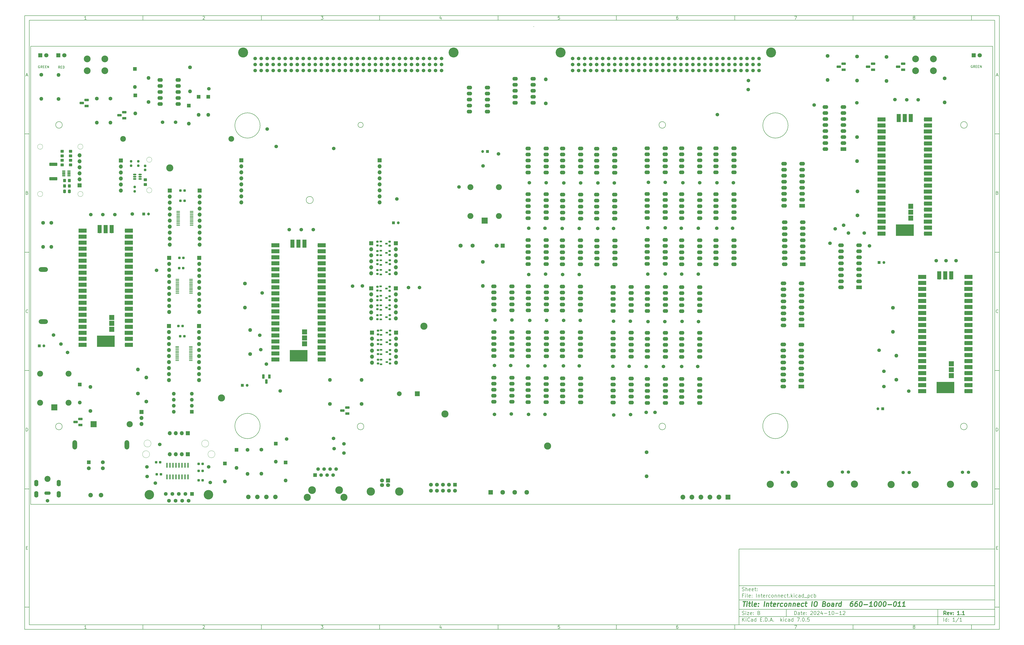
<source format=gts>
G04 #@! TF.GenerationSoftware,KiCad,Pcbnew,7.0.5*
G04 #@! TF.CreationDate,2024-10-27T20:03:42-04:00*
G04 #@! TF.ProjectId,Interconnect,496e7465-7263-46f6-9e6e-6563742e6b69,1.1*
G04 #@! TF.SameCoordinates,Original*
G04 #@! TF.FileFunction,Soldermask,Top*
G04 #@! TF.FilePolarity,Negative*
%FSLAX46Y46*%
G04 Gerber Fmt 4.6, Leading zero omitted, Abs format (unit mm)*
G04 Created by KiCad (PCBNEW 7.0.5) date 2024-10-27 20:03:42*
%MOMM*%
%LPD*%
G01*
G04 APERTURE LIST*
G04 Aperture macros list*
%AMRoundRect*
0 Rectangle with rounded corners*
0 $1 Rounding radius*
0 $2 $3 $4 $5 $6 $7 $8 $9 X,Y pos of 4 corners*
0 Add a 4 corners polygon primitive as box body*
4,1,4,$2,$3,$4,$5,$6,$7,$8,$9,$2,$3,0*
0 Add four circle primitives for the rounded corners*
1,1,$1+$1,$2,$3*
1,1,$1+$1,$4,$5*
1,1,$1+$1,$6,$7*
1,1,$1+$1,$8,$9*
0 Add four rect primitives between the rounded corners*
20,1,$1+$1,$2,$3,$4,$5,0*
20,1,$1+$1,$4,$5,$6,$7,0*
20,1,$1+$1,$6,$7,$8,$9,0*
20,1,$1+$1,$8,$9,$2,$3,0*%
G04 Aperture macros list end*
%ADD10C,0.100000*%
%ADD11C,0.150000*%
%ADD12C,0.300000*%
%ADD13C,0.400000*%
%ADD14RoundRect,0.200000X0.275000X-0.200000X0.275000X0.200000X-0.275000X0.200000X-0.275000X-0.200000X0*%
%ADD15R,1.650000X1.650000*%
%ADD16C,1.650000*%
%ADD17C,1.500000*%
%ADD18C,2.400000*%
%ADD19O,2.400000X2.400000*%
%ADD20R,1.000000X0.700000*%
%ADD21R,2.400000X1.600000*%
%ADD22O,2.400000X1.600000*%
%ADD23C,1.600000*%
%ADD24O,1.600000X1.600000*%
%ADD25O,2.300000X1.600000*%
%ADD26R,1.700000X1.700000*%
%ADD27O,1.700000X1.700000*%
%ADD28RoundRect,0.250000X-0.337500X-0.475000X0.337500X-0.475000X0.337500X0.475000X-0.337500X0.475000X0*%
%ADD29RoundRect,0.237500X0.237500X-0.250000X0.237500X0.250000X-0.237500X0.250000X-0.237500X-0.250000X0*%
%ADD30RoundRect,0.100000X-0.637500X-0.100000X0.637500X-0.100000X0.637500X0.100000X-0.637500X0.100000X0*%
%ADD31RoundRect,0.250000X0.350000X0.450000X-0.350000X0.450000X-0.350000X-0.450000X0.350000X-0.450000X0*%
%ADD32RoundRect,0.237500X-0.300000X-0.237500X0.300000X-0.237500X0.300000X0.237500X-0.300000X0.237500X0*%
%ADD33R,1.800000X1.100000*%
%ADD34RoundRect,0.275000X0.625000X-0.275000X0.625000X0.275000X-0.625000X0.275000X-0.625000X-0.275000X0*%
%ADD35R,2.025000X2.025000*%
%ADD36C,2.025000*%
%ADD37RoundRect,0.249999X1.425001X-0.450001X1.425001X0.450001X-1.425001X0.450001X-1.425001X-0.450001X0*%
%ADD38R,1.600000X1.600000*%
%ADD39C,3.000000*%
%ADD40R,1.200000X1.200000*%
%ADD41C,1.200000*%
%ADD42C,4.200000*%
%ADD43RoundRect,0.250000X-0.450000X0.350000X-0.450000X-0.350000X0.450000X-0.350000X0.450000X0.350000X0*%
%ADD44C,3.250000*%
%ADD45R,1.500000X1.500000*%
%ADD46RoundRect,0.200000X-0.275000X0.200000X-0.275000X-0.200000X0.275000X-0.200000X0.275000X0.200000X0*%
%ADD47R,2.500000X2.500000*%
%ADD48O,2.500000X2.500000*%
%ADD49C,4.000000*%
%ADD50RoundRect,0.237500X0.300000X0.237500X-0.300000X0.237500X-0.300000X-0.237500X0.300000X-0.237500X0*%
%ADD51O,1.800000X1.800000*%
%ADD52O,1.500000X1.500000*%
%ADD53R,3.500000X1.700000*%
%ADD54R,1.700000X3.500000*%
%ADD55RoundRect,0.150000X0.512500X0.150000X-0.512500X0.150000X-0.512500X-0.150000X0.512500X-0.150000X0*%
%ADD56RoundRect,0.237500X0.237500X-0.300000X0.237500X0.300000X-0.237500X0.300000X-0.237500X-0.300000X0*%
%ADD57RoundRect,0.041300X-0.253700X0.943700X-0.253700X-0.943700X0.253700X-0.943700X0.253700X0.943700X0*%
%ADD58C,1.905000*%
%ADD59C,1.700000*%
%ADD60C,3.500000*%
%ADD61O,3.900000X1.950000*%
%ADD62C,1.398000*%
%ADD63C,3.015000*%
%ADD64R,1.800000X1.800000*%
%ADD65C,1.800000*%
%ADD66R,2.600000X2.600000*%
%ADD67O,2.600000X2.600000*%
%ADD68C,1.900000*%
%ADD69C,2.850000*%
%ADD70C,2.550000*%
%ADD71O,2.700002X1.400000*%
%ADD72O,1.750000X2.750000*%
%ADD73R,1.950000X1.950000*%
%ADD74C,1.950000*%
%ADD75R,1.725000X1.725000*%
%ADD76C,1.725000*%
%ADD77O,1.950000X3.900000*%
%ADD78RoundRect,0.125000X-0.537500X-0.125000X0.537500X-0.125000X0.537500X0.125000X-0.537500X0.125000X0*%
%ADD79R,2.000000X2.000000*%
%ADD80C,2.000000*%
%ADD81R,1.100000X1.800000*%
%ADD82RoundRect,0.275000X0.275000X0.625000X-0.275000X0.625000X-0.275000X-0.625000X0.275000X-0.625000X0*%
G04 #@! TA.AperFunction,Profile*
%ADD83C,0.100000*%
G04 #@! TD*
G04 #@! TA.AperFunction,Profile*
%ADD84C,0.160000*%
G04 #@! TD*
G04 APERTURE END LIST*
D10*
D11*
X311800000Y-235400000D02*
X419800000Y-235400000D01*
X419800000Y-267400000D01*
X311800000Y-267400000D01*
X311800000Y-235400000D01*
D10*
D11*
X10000000Y-10000000D02*
X421800000Y-10000000D01*
X421800000Y-269400000D01*
X10000000Y-269400000D01*
X10000000Y-10000000D01*
D10*
D11*
X12000000Y-12000000D02*
X419800000Y-12000000D01*
X419800000Y-267400000D01*
X12000000Y-267400000D01*
X12000000Y-12000000D01*
D10*
D11*
X60000000Y-12000000D02*
X60000000Y-10000000D01*
D10*
D11*
X110000000Y-12000000D02*
X110000000Y-10000000D01*
D10*
D11*
X160000000Y-12000000D02*
X160000000Y-10000000D01*
D10*
D11*
X210000000Y-12000000D02*
X210000000Y-10000000D01*
D10*
D11*
X260000000Y-12000000D02*
X260000000Y-10000000D01*
D10*
D11*
X310000000Y-12000000D02*
X310000000Y-10000000D01*
D10*
D11*
X360000000Y-12000000D02*
X360000000Y-10000000D01*
D10*
D11*
X410000000Y-12000000D02*
X410000000Y-10000000D01*
D10*
D11*
X36089160Y-11593604D02*
X35346303Y-11593604D01*
X35717731Y-11593604D02*
X35717731Y-10293604D01*
X35717731Y-10293604D02*
X35593922Y-10479319D01*
X35593922Y-10479319D02*
X35470112Y-10603128D01*
X35470112Y-10603128D02*
X35346303Y-10665033D01*
D10*
D11*
X85346303Y-10417414D02*
X85408207Y-10355509D01*
X85408207Y-10355509D02*
X85532017Y-10293604D01*
X85532017Y-10293604D02*
X85841541Y-10293604D01*
X85841541Y-10293604D02*
X85965350Y-10355509D01*
X85965350Y-10355509D02*
X86027255Y-10417414D01*
X86027255Y-10417414D02*
X86089160Y-10541223D01*
X86089160Y-10541223D02*
X86089160Y-10665033D01*
X86089160Y-10665033D02*
X86027255Y-10850747D01*
X86027255Y-10850747D02*
X85284398Y-11593604D01*
X85284398Y-11593604D02*
X86089160Y-11593604D01*
D10*
D11*
X135284398Y-10293604D02*
X136089160Y-10293604D01*
X136089160Y-10293604D02*
X135655826Y-10788842D01*
X135655826Y-10788842D02*
X135841541Y-10788842D01*
X135841541Y-10788842D02*
X135965350Y-10850747D01*
X135965350Y-10850747D02*
X136027255Y-10912652D01*
X136027255Y-10912652D02*
X136089160Y-11036461D01*
X136089160Y-11036461D02*
X136089160Y-11345985D01*
X136089160Y-11345985D02*
X136027255Y-11469795D01*
X136027255Y-11469795D02*
X135965350Y-11531700D01*
X135965350Y-11531700D02*
X135841541Y-11593604D01*
X135841541Y-11593604D02*
X135470112Y-11593604D01*
X135470112Y-11593604D02*
X135346303Y-11531700D01*
X135346303Y-11531700D02*
X135284398Y-11469795D01*
D10*
D11*
X185965350Y-10726938D02*
X185965350Y-11593604D01*
X185655826Y-10231700D02*
X185346303Y-11160271D01*
X185346303Y-11160271D02*
X186151064Y-11160271D01*
D10*
D11*
X236027255Y-10293604D02*
X235408207Y-10293604D01*
X235408207Y-10293604D02*
X235346303Y-10912652D01*
X235346303Y-10912652D02*
X235408207Y-10850747D01*
X235408207Y-10850747D02*
X235532017Y-10788842D01*
X235532017Y-10788842D02*
X235841541Y-10788842D01*
X235841541Y-10788842D02*
X235965350Y-10850747D01*
X235965350Y-10850747D02*
X236027255Y-10912652D01*
X236027255Y-10912652D02*
X236089160Y-11036461D01*
X236089160Y-11036461D02*
X236089160Y-11345985D01*
X236089160Y-11345985D02*
X236027255Y-11469795D01*
X236027255Y-11469795D02*
X235965350Y-11531700D01*
X235965350Y-11531700D02*
X235841541Y-11593604D01*
X235841541Y-11593604D02*
X235532017Y-11593604D01*
X235532017Y-11593604D02*
X235408207Y-11531700D01*
X235408207Y-11531700D02*
X235346303Y-11469795D01*
D10*
D11*
X285965350Y-10293604D02*
X285717731Y-10293604D01*
X285717731Y-10293604D02*
X285593922Y-10355509D01*
X285593922Y-10355509D02*
X285532017Y-10417414D01*
X285532017Y-10417414D02*
X285408207Y-10603128D01*
X285408207Y-10603128D02*
X285346303Y-10850747D01*
X285346303Y-10850747D02*
X285346303Y-11345985D01*
X285346303Y-11345985D02*
X285408207Y-11469795D01*
X285408207Y-11469795D02*
X285470112Y-11531700D01*
X285470112Y-11531700D02*
X285593922Y-11593604D01*
X285593922Y-11593604D02*
X285841541Y-11593604D01*
X285841541Y-11593604D02*
X285965350Y-11531700D01*
X285965350Y-11531700D02*
X286027255Y-11469795D01*
X286027255Y-11469795D02*
X286089160Y-11345985D01*
X286089160Y-11345985D02*
X286089160Y-11036461D01*
X286089160Y-11036461D02*
X286027255Y-10912652D01*
X286027255Y-10912652D02*
X285965350Y-10850747D01*
X285965350Y-10850747D02*
X285841541Y-10788842D01*
X285841541Y-10788842D02*
X285593922Y-10788842D01*
X285593922Y-10788842D02*
X285470112Y-10850747D01*
X285470112Y-10850747D02*
X285408207Y-10912652D01*
X285408207Y-10912652D02*
X285346303Y-11036461D01*
D10*
D11*
X335284398Y-10293604D02*
X336151064Y-10293604D01*
X336151064Y-10293604D02*
X335593922Y-11593604D01*
D10*
D11*
X385593922Y-10850747D02*
X385470112Y-10788842D01*
X385470112Y-10788842D02*
X385408207Y-10726938D01*
X385408207Y-10726938D02*
X385346303Y-10603128D01*
X385346303Y-10603128D02*
X385346303Y-10541223D01*
X385346303Y-10541223D02*
X385408207Y-10417414D01*
X385408207Y-10417414D02*
X385470112Y-10355509D01*
X385470112Y-10355509D02*
X385593922Y-10293604D01*
X385593922Y-10293604D02*
X385841541Y-10293604D01*
X385841541Y-10293604D02*
X385965350Y-10355509D01*
X385965350Y-10355509D02*
X386027255Y-10417414D01*
X386027255Y-10417414D02*
X386089160Y-10541223D01*
X386089160Y-10541223D02*
X386089160Y-10603128D01*
X386089160Y-10603128D02*
X386027255Y-10726938D01*
X386027255Y-10726938D02*
X385965350Y-10788842D01*
X385965350Y-10788842D02*
X385841541Y-10850747D01*
X385841541Y-10850747D02*
X385593922Y-10850747D01*
X385593922Y-10850747D02*
X385470112Y-10912652D01*
X385470112Y-10912652D02*
X385408207Y-10974557D01*
X385408207Y-10974557D02*
X385346303Y-11098366D01*
X385346303Y-11098366D02*
X385346303Y-11345985D01*
X385346303Y-11345985D02*
X385408207Y-11469795D01*
X385408207Y-11469795D02*
X385470112Y-11531700D01*
X385470112Y-11531700D02*
X385593922Y-11593604D01*
X385593922Y-11593604D02*
X385841541Y-11593604D01*
X385841541Y-11593604D02*
X385965350Y-11531700D01*
X385965350Y-11531700D02*
X386027255Y-11469795D01*
X386027255Y-11469795D02*
X386089160Y-11345985D01*
X386089160Y-11345985D02*
X386089160Y-11098366D01*
X386089160Y-11098366D02*
X386027255Y-10974557D01*
X386027255Y-10974557D02*
X385965350Y-10912652D01*
X385965350Y-10912652D02*
X385841541Y-10850747D01*
D10*
D11*
X60000000Y-267400000D02*
X60000000Y-269400000D01*
D10*
D11*
X110000000Y-267400000D02*
X110000000Y-269400000D01*
D10*
D11*
X160000000Y-267400000D02*
X160000000Y-269400000D01*
D10*
D11*
X210000000Y-267400000D02*
X210000000Y-269400000D01*
D10*
D11*
X260000000Y-267400000D02*
X260000000Y-269400000D01*
D10*
D11*
X310000000Y-267400000D02*
X310000000Y-269400000D01*
D10*
D11*
X360000000Y-267400000D02*
X360000000Y-269400000D01*
D10*
D11*
X410000000Y-267400000D02*
X410000000Y-269400000D01*
D10*
D11*
X36089160Y-268993604D02*
X35346303Y-268993604D01*
X35717731Y-268993604D02*
X35717731Y-267693604D01*
X35717731Y-267693604D02*
X35593922Y-267879319D01*
X35593922Y-267879319D02*
X35470112Y-268003128D01*
X35470112Y-268003128D02*
X35346303Y-268065033D01*
D10*
D11*
X85346303Y-267817414D02*
X85408207Y-267755509D01*
X85408207Y-267755509D02*
X85532017Y-267693604D01*
X85532017Y-267693604D02*
X85841541Y-267693604D01*
X85841541Y-267693604D02*
X85965350Y-267755509D01*
X85965350Y-267755509D02*
X86027255Y-267817414D01*
X86027255Y-267817414D02*
X86089160Y-267941223D01*
X86089160Y-267941223D02*
X86089160Y-268065033D01*
X86089160Y-268065033D02*
X86027255Y-268250747D01*
X86027255Y-268250747D02*
X85284398Y-268993604D01*
X85284398Y-268993604D02*
X86089160Y-268993604D01*
D10*
D11*
X135284398Y-267693604D02*
X136089160Y-267693604D01*
X136089160Y-267693604D02*
X135655826Y-268188842D01*
X135655826Y-268188842D02*
X135841541Y-268188842D01*
X135841541Y-268188842D02*
X135965350Y-268250747D01*
X135965350Y-268250747D02*
X136027255Y-268312652D01*
X136027255Y-268312652D02*
X136089160Y-268436461D01*
X136089160Y-268436461D02*
X136089160Y-268745985D01*
X136089160Y-268745985D02*
X136027255Y-268869795D01*
X136027255Y-268869795D02*
X135965350Y-268931700D01*
X135965350Y-268931700D02*
X135841541Y-268993604D01*
X135841541Y-268993604D02*
X135470112Y-268993604D01*
X135470112Y-268993604D02*
X135346303Y-268931700D01*
X135346303Y-268931700D02*
X135284398Y-268869795D01*
D10*
D11*
X185965350Y-268126938D02*
X185965350Y-268993604D01*
X185655826Y-267631700D02*
X185346303Y-268560271D01*
X185346303Y-268560271D02*
X186151064Y-268560271D01*
D10*
D11*
X236027255Y-267693604D02*
X235408207Y-267693604D01*
X235408207Y-267693604D02*
X235346303Y-268312652D01*
X235346303Y-268312652D02*
X235408207Y-268250747D01*
X235408207Y-268250747D02*
X235532017Y-268188842D01*
X235532017Y-268188842D02*
X235841541Y-268188842D01*
X235841541Y-268188842D02*
X235965350Y-268250747D01*
X235965350Y-268250747D02*
X236027255Y-268312652D01*
X236027255Y-268312652D02*
X236089160Y-268436461D01*
X236089160Y-268436461D02*
X236089160Y-268745985D01*
X236089160Y-268745985D02*
X236027255Y-268869795D01*
X236027255Y-268869795D02*
X235965350Y-268931700D01*
X235965350Y-268931700D02*
X235841541Y-268993604D01*
X235841541Y-268993604D02*
X235532017Y-268993604D01*
X235532017Y-268993604D02*
X235408207Y-268931700D01*
X235408207Y-268931700D02*
X235346303Y-268869795D01*
D10*
D11*
X285965350Y-267693604D02*
X285717731Y-267693604D01*
X285717731Y-267693604D02*
X285593922Y-267755509D01*
X285593922Y-267755509D02*
X285532017Y-267817414D01*
X285532017Y-267817414D02*
X285408207Y-268003128D01*
X285408207Y-268003128D02*
X285346303Y-268250747D01*
X285346303Y-268250747D02*
X285346303Y-268745985D01*
X285346303Y-268745985D02*
X285408207Y-268869795D01*
X285408207Y-268869795D02*
X285470112Y-268931700D01*
X285470112Y-268931700D02*
X285593922Y-268993604D01*
X285593922Y-268993604D02*
X285841541Y-268993604D01*
X285841541Y-268993604D02*
X285965350Y-268931700D01*
X285965350Y-268931700D02*
X286027255Y-268869795D01*
X286027255Y-268869795D02*
X286089160Y-268745985D01*
X286089160Y-268745985D02*
X286089160Y-268436461D01*
X286089160Y-268436461D02*
X286027255Y-268312652D01*
X286027255Y-268312652D02*
X285965350Y-268250747D01*
X285965350Y-268250747D02*
X285841541Y-268188842D01*
X285841541Y-268188842D02*
X285593922Y-268188842D01*
X285593922Y-268188842D02*
X285470112Y-268250747D01*
X285470112Y-268250747D02*
X285408207Y-268312652D01*
X285408207Y-268312652D02*
X285346303Y-268436461D01*
D10*
D11*
X335284398Y-267693604D02*
X336151064Y-267693604D01*
X336151064Y-267693604D02*
X335593922Y-268993604D01*
D10*
D11*
X385593922Y-268250747D02*
X385470112Y-268188842D01*
X385470112Y-268188842D02*
X385408207Y-268126938D01*
X385408207Y-268126938D02*
X385346303Y-268003128D01*
X385346303Y-268003128D02*
X385346303Y-267941223D01*
X385346303Y-267941223D02*
X385408207Y-267817414D01*
X385408207Y-267817414D02*
X385470112Y-267755509D01*
X385470112Y-267755509D02*
X385593922Y-267693604D01*
X385593922Y-267693604D02*
X385841541Y-267693604D01*
X385841541Y-267693604D02*
X385965350Y-267755509D01*
X385965350Y-267755509D02*
X386027255Y-267817414D01*
X386027255Y-267817414D02*
X386089160Y-267941223D01*
X386089160Y-267941223D02*
X386089160Y-268003128D01*
X386089160Y-268003128D02*
X386027255Y-268126938D01*
X386027255Y-268126938D02*
X385965350Y-268188842D01*
X385965350Y-268188842D02*
X385841541Y-268250747D01*
X385841541Y-268250747D02*
X385593922Y-268250747D01*
X385593922Y-268250747D02*
X385470112Y-268312652D01*
X385470112Y-268312652D02*
X385408207Y-268374557D01*
X385408207Y-268374557D02*
X385346303Y-268498366D01*
X385346303Y-268498366D02*
X385346303Y-268745985D01*
X385346303Y-268745985D02*
X385408207Y-268869795D01*
X385408207Y-268869795D02*
X385470112Y-268931700D01*
X385470112Y-268931700D02*
X385593922Y-268993604D01*
X385593922Y-268993604D02*
X385841541Y-268993604D01*
X385841541Y-268993604D02*
X385965350Y-268931700D01*
X385965350Y-268931700D02*
X386027255Y-268869795D01*
X386027255Y-268869795D02*
X386089160Y-268745985D01*
X386089160Y-268745985D02*
X386089160Y-268498366D01*
X386089160Y-268498366D02*
X386027255Y-268374557D01*
X386027255Y-268374557D02*
X385965350Y-268312652D01*
X385965350Y-268312652D02*
X385841541Y-268250747D01*
D10*
D11*
X10000000Y-60000000D02*
X12000000Y-60000000D01*
D10*
D11*
X10000000Y-110000000D02*
X12000000Y-110000000D01*
D10*
D11*
X10000000Y-160000000D02*
X12000000Y-160000000D01*
D10*
D11*
X10000000Y-210000000D02*
X12000000Y-210000000D01*
D10*
D11*
X10000000Y-260000000D02*
X12000000Y-260000000D01*
D10*
D11*
X10690476Y-35222176D02*
X11309523Y-35222176D01*
X10566666Y-35593604D02*
X10999999Y-34293604D01*
X10999999Y-34293604D02*
X11433333Y-35593604D01*
D10*
D11*
X11092857Y-84912652D02*
X11278571Y-84974557D01*
X11278571Y-84974557D02*
X11340476Y-85036461D01*
X11340476Y-85036461D02*
X11402380Y-85160271D01*
X11402380Y-85160271D02*
X11402380Y-85345985D01*
X11402380Y-85345985D02*
X11340476Y-85469795D01*
X11340476Y-85469795D02*
X11278571Y-85531700D01*
X11278571Y-85531700D02*
X11154761Y-85593604D01*
X11154761Y-85593604D02*
X10659523Y-85593604D01*
X10659523Y-85593604D02*
X10659523Y-84293604D01*
X10659523Y-84293604D02*
X11092857Y-84293604D01*
X11092857Y-84293604D02*
X11216666Y-84355509D01*
X11216666Y-84355509D02*
X11278571Y-84417414D01*
X11278571Y-84417414D02*
X11340476Y-84541223D01*
X11340476Y-84541223D02*
X11340476Y-84665033D01*
X11340476Y-84665033D02*
X11278571Y-84788842D01*
X11278571Y-84788842D02*
X11216666Y-84850747D01*
X11216666Y-84850747D02*
X11092857Y-84912652D01*
X11092857Y-84912652D02*
X10659523Y-84912652D01*
D10*
D11*
X11402380Y-135469795D02*
X11340476Y-135531700D01*
X11340476Y-135531700D02*
X11154761Y-135593604D01*
X11154761Y-135593604D02*
X11030952Y-135593604D01*
X11030952Y-135593604D02*
X10845238Y-135531700D01*
X10845238Y-135531700D02*
X10721428Y-135407890D01*
X10721428Y-135407890D02*
X10659523Y-135284080D01*
X10659523Y-135284080D02*
X10597619Y-135036461D01*
X10597619Y-135036461D02*
X10597619Y-134850747D01*
X10597619Y-134850747D02*
X10659523Y-134603128D01*
X10659523Y-134603128D02*
X10721428Y-134479319D01*
X10721428Y-134479319D02*
X10845238Y-134355509D01*
X10845238Y-134355509D02*
X11030952Y-134293604D01*
X11030952Y-134293604D02*
X11154761Y-134293604D01*
X11154761Y-134293604D02*
X11340476Y-134355509D01*
X11340476Y-134355509D02*
X11402380Y-134417414D01*
D10*
D11*
X10659523Y-185593604D02*
X10659523Y-184293604D01*
X10659523Y-184293604D02*
X10969047Y-184293604D01*
X10969047Y-184293604D02*
X11154761Y-184355509D01*
X11154761Y-184355509D02*
X11278571Y-184479319D01*
X11278571Y-184479319D02*
X11340476Y-184603128D01*
X11340476Y-184603128D02*
X11402380Y-184850747D01*
X11402380Y-184850747D02*
X11402380Y-185036461D01*
X11402380Y-185036461D02*
X11340476Y-185284080D01*
X11340476Y-185284080D02*
X11278571Y-185407890D01*
X11278571Y-185407890D02*
X11154761Y-185531700D01*
X11154761Y-185531700D02*
X10969047Y-185593604D01*
X10969047Y-185593604D02*
X10659523Y-185593604D01*
D10*
D11*
X10721428Y-234912652D02*
X11154762Y-234912652D01*
X11340476Y-235593604D02*
X10721428Y-235593604D01*
X10721428Y-235593604D02*
X10721428Y-234293604D01*
X10721428Y-234293604D02*
X11340476Y-234293604D01*
D10*
D11*
X421800000Y-60000000D02*
X419800000Y-60000000D01*
D10*
D11*
X421800000Y-110000000D02*
X419800000Y-110000000D01*
D10*
D11*
X421800000Y-160000000D02*
X419800000Y-160000000D01*
D10*
D11*
X421800000Y-210000000D02*
X419800000Y-210000000D01*
D10*
D11*
X421800000Y-260000000D02*
X419800000Y-260000000D01*
D10*
D11*
X420490476Y-35222176D02*
X421109523Y-35222176D01*
X420366666Y-35593604D02*
X420799999Y-34293604D01*
X420799999Y-34293604D02*
X421233333Y-35593604D01*
D10*
D11*
X420892857Y-84912652D02*
X421078571Y-84974557D01*
X421078571Y-84974557D02*
X421140476Y-85036461D01*
X421140476Y-85036461D02*
X421202380Y-85160271D01*
X421202380Y-85160271D02*
X421202380Y-85345985D01*
X421202380Y-85345985D02*
X421140476Y-85469795D01*
X421140476Y-85469795D02*
X421078571Y-85531700D01*
X421078571Y-85531700D02*
X420954761Y-85593604D01*
X420954761Y-85593604D02*
X420459523Y-85593604D01*
X420459523Y-85593604D02*
X420459523Y-84293604D01*
X420459523Y-84293604D02*
X420892857Y-84293604D01*
X420892857Y-84293604D02*
X421016666Y-84355509D01*
X421016666Y-84355509D02*
X421078571Y-84417414D01*
X421078571Y-84417414D02*
X421140476Y-84541223D01*
X421140476Y-84541223D02*
X421140476Y-84665033D01*
X421140476Y-84665033D02*
X421078571Y-84788842D01*
X421078571Y-84788842D02*
X421016666Y-84850747D01*
X421016666Y-84850747D02*
X420892857Y-84912652D01*
X420892857Y-84912652D02*
X420459523Y-84912652D01*
D10*
D11*
X421202380Y-135469795D02*
X421140476Y-135531700D01*
X421140476Y-135531700D02*
X420954761Y-135593604D01*
X420954761Y-135593604D02*
X420830952Y-135593604D01*
X420830952Y-135593604D02*
X420645238Y-135531700D01*
X420645238Y-135531700D02*
X420521428Y-135407890D01*
X420521428Y-135407890D02*
X420459523Y-135284080D01*
X420459523Y-135284080D02*
X420397619Y-135036461D01*
X420397619Y-135036461D02*
X420397619Y-134850747D01*
X420397619Y-134850747D02*
X420459523Y-134603128D01*
X420459523Y-134603128D02*
X420521428Y-134479319D01*
X420521428Y-134479319D02*
X420645238Y-134355509D01*
X420645238Y-134355509D02*
X420830952Y-134293604D01*
X420830952Y-134293604D02*
X420954761Y-134293604D01*
X420954761Y-134293604D02*
X421140476Y-134355509D01*
X421140476Y-134355509D02*
X421202380Y-134417414D01*
D10*
D11*
X420459523Y-185593604D02*
X420459523Y-184293604D01*
X420459523Y-184293604D02*
X420769047Y-184293604D01*
X420769047Y-184293604D02*
X420954761Y-184355509D01*
X420954761Y-184355509D02*
X421078571Y-184479319D01*
X421078571Y-184479319D02*
X421140476Y-184603128D01*
X421140476Y-184603128D02*
X421202380Y-184850747D01*
X421202380Y-184850747D02*
X421202380Y-185036461D01*
X421202380Y-185036461D02*
X421140476Y-185284080D01*
X421140476Y-185284080D02*
X421078571Y-185407890D01*
X421078571Y-185407890D02*
X420954761Y-185531700D01*
X420954761Y-185531700D02*
X420769047Y-185593604D01*
X420769047Y-185593604D02*
X420459523Y-185593604D01*
D10*
D11*
X420521428Y-234912652D02*
X420954762Y-234912652D01*
X421140476Y-235593604D02*
X420521428Y-235593604D01*
X420521428Y-235593604D02*
X420521428Y-234293604D01*
X420521428Y-234293604D02*
X421140476Y-234293604D01*
D10*
D11*
X335255826Y-263186128D02*
X335255826Y-261686128D01*
X335255826Y-261686128D02*
X335612969Y-261686128D01*
X335612969Y-261686128D02*
X335827255Y-261757557D01*
X335827255Y-261757557D02*
X335970112Y-261900414D01*
X335970112Y-261900414D02*
X336041541Y-262043271D01*
X336041541Y-262043271D02*
X336112969Y-262328985D01*
X336112969Y-262328985D02*
X336112969Y-262543271D01*
X336112969Y-262543271D02*
X336041541Y-262828985D01*
X336041541Y-262828985D02*
X335970112Y-262971842D01*
X335970112Y-262971842D02*
X335827255Y-263114700D01*
X335827255Y-263114700D02*
X335612969Y-263186128D01*
X335612969Y-263186128D02*
X335255826Y-263186128D01*
X337398684Y-263186128D02*
X337398684Y-262400414D01*
X337398684Y-262400414D02*
X337327255Y-262257557D01*
X337327255Y-262257557D02*
X337184398Y-262186128D01*
X337184398Y-262186128D02*
X336898684Y-262186128D01*
X336898684Y-262186128D02*
X336755826Y-262257557D01*
X337398684Y-263114700D02*
X337255826Y-263186128D01*
X337255826Y-263186128D02*
X336898684Y-263186128D01*
X336898684Y-263186128D02*
X336755826Y-263114700D01*
X336755826Y-263114700D02*
X336684398Y-262971842D01*
X336684398Y-262971842D02*
X336684398Y-262828985D01*
X336684398Y-262828985D02*
X336755826Y-262686128D01*
X336755826Y-262686128D02*
X336898684Y-262614700D01*
X336898684Y-262614700D02*
X337255826Y-262614700D01*
X337255826Y-262614700D02*
X337398684Y-262543271D01*
X337898684Y-262186128D02*
X338470112Y-262186128D01*
X338112969Y-261686128D02*
X338112969Y-262971842D01*
X338112969Y-262971842D02*
X338184398Y-263114700D01*
X338184398Y-263114700D02*
X338327255Y-263186128D01*
X338327255Y-263186128D02*
X338470112Y-263186128D01*
X339541541Y-263114700D02*
X339398684Y-263186128D01*
X339398684Y-263186128D02*
X339112970Y-263186128D01*
X339112970Y-263186128D02*
X338970112Y-263114700D01*
X338970112Y-263114700D02*
X338898684Y-262971842D01*
X338898684Y-262971842D02*
X338898684Y-262400414D01*
X338898684Y-262400414D02*
X338970112Y-262257557D01*
X338970112Y-262257557D02*
X339112970Y-262186128D01*
X339112970Y-262186128D02*
X339398684Y-262186128D01*
X339398684Y-262186128D02*
X339541541Y-262257557D01*
X339541541Y-262257557D02*
X339612970Y-262400414D01*
X339612970Y-262400414D02*
X339612970Y-262543271D01*
X339612970Y-262543271D02*
X338898684Y-262686128D01*
X340255826Y-263043271D02*
X340327255Y-263114700D01*
X340327255Y-263114700D02*
X340255826Y-263186128D01*
X340255826Y-263186128D02*
X340184398Y-263114700D01*
X340184398Y-263114700D02*
X340255826Y-263043271D01*
X340255826Y-263043271D02*
X340255826Y-263186128D01*
X340255826Y-262257557D02*
X340327255Y-262328985D01*
X340327255Y-262328985D02*
X340255826Y-262400414D01*
X340255826Y-262400414D02*
X340184398Y-262328985D01*
X340184398Y-262328985D02*
X340255826Y-262257557D01*
X340255826Y-262257557D02*
X340255826Y-262400414D01*
X342041541Y-261828985D02*
X342112969Y-261757557D01*
X342112969Y-261757557D02*
X342255827Y-261686128D01*
X342255827Y-261686128D02*
X342612969Y-261686128D01*
X342612969Y-261686128D02*
X342755827Y-261757557D01*
X342755827Y-261757557D02*
X342827255Y-261828985D01*
X342827255Y-261828985D02*
X342898684Y-261971842D01*
X342898684Y-261971842D02*
X342898684Y-262114700D01*
X342898684Y-262114700D02*
X342827255Y-262328985D01*
X342827255Y-262328985D02*
X341970112Y-263186128D01*
X341970112Y-263186128D02*
X342898684Y-263186128D01*
X343827255Y-261686128D02*
X343970112Y-261686128D01*
X343970112Y-261686128D02*
X344112969Y-261757557D01*
X344112969Y-261757557D02*
X344184398Y-261828985D01*
X344184398Y-261828985D02*
X344255826Y-261971842D01*
X344255826Y-261971842D02*
X344327255Y-262257557D01*
X344327255Y-262257557D02*
X344327255Y-262614700D01*
X344327255Y-262614700D02*
X344255826Y-262900414D01*
X344255826Y-262900414D02*
X344184398Y-263043271D01*
X344184398Y-263043271D02*
X344112969Y-263114700D01*
X344112969Y-263114700D02*
X343970112Y-263186128D01*
X343970112Y-263186128D02*
X343827255Y-263186128D01*
X343827255Y-263186128D02*
X343684398Y-263114700D01*
X343684398Y-263114700D02*
X343612969Y-263043271D01*
X343612969Y-263043271D02*
X343541540Y-262900414D01*
X343541540Y-262900414D02*
X343470112Y-262614700D01*
X343470112Y-262614700D02*
X343470112Y-262257557D01*
X343470112Y-262257557D02*
X343541540Y-261971842D01*
X343541540Y-261971842D02*
X343612969Y-261828985D01*
X343612969Y-261828985D02*
X343684398Y-261757557D01*
X343684398Y-261757557D02*
X343827255Y-261686128D01*
X344898683Y-261828985D02*
X344970111Y-261757557D01*
X344970111Y-261757557D02*
X345112969Y-261686128D01*
X345112969Y-261686128D02*
X345470111Y-261686128D01*
X345470111Y-261686128D02*
X345612969Y-261757557D01*
X345612969Y-261757557D02*
X345684397Y-261828985D01*
X345684397Y-261828985D02*
X345755826Y-261971842D01*
X345755826Y-261971842D02*
X345755826Y-262114700D01*
X345755826Y-262114700D02*
X345684397Y-262328985D01*
X345684397Y-262328985D02*
X344827254Y-263186128D01*
X344827254Y-263186128D02*
X345755826Y-263186128D01*
X347041540Y-262186128D02*
X347041540Y-263186128D01*
X346684397Y-261614700D02*
X346327254Y-262686128D01*
X346327254Y-262686128D02*
X347255825Y-262686128D01*
X347827253Y-262614700D02*
X348970111Y-262614700D01*
X350470111Y-263186128D02*
X349612968Y-263186128D01*
X350041539Y-263186128D02*
X350041539Y-261686128D01*
X350041539Y-261686128D02*
X349898682Y-261900414D01*
X349898682Y-261900414D02*
X349755825Y-262043271D01*
X349755825Y-262043271D02*
X349612968Y-262114700D01*
X351398682Y-261686128D02*
X351541539Y-261686128D01*
X351541539Y-261686128D02*
X351684396Y-261757557D01*
X351684396Y-261757557D02*
X351755825Y-261828985D01*
X351755825Y-261828985D02*
X351827253Y-261971842D01*
X351827253Y-261971842D02*
X351898682Y-262257557D01*
X351898682Y-262257557D02*
X351898682Y-262614700D01*
X351898682Y-262614700D02*
X351827253Y-262900414D01*
X351827253Y-262900414D02*
X351755825Y-263043271D01*
X351755825Y-263043271D02*
X351684396Y-263114700D01*
X351684396Y-263114700D02*
X351541539Y-263186128D01*
X351541539Y-263186128D02*
X351398682Y-263186128D01*
X351398682Y-263186128D02*
X351255825Y-263114700D01*
X351255825Y-263114700D02*
X351184396Y-263043271D01*
X351184396Y-263043271D02*
X351112967Y-262900414D01*
X351112967Y-262900414D02*
X351041539Y-262614700D01*
X351041539Y-262614700D02*
X351041539Y-262257557D01*
X351041539Y-262257557D02*
X351112967Y-261971842D01*
X351112967Y-261971842D02*
X351184396Y-261828985D01*
X351184396Y-261828985D02*
X351255825Y-261757557D01*
X351255825Y-261757557D02*
X351398682Y-261686128D01*
X352541538Y-262614700D02*
X353684396Y-262614700D01*
X355184396Y-263186128D02*
X354327253Y-263186128D01*
X354755824Y-263186128D02*
X354755824Y-261686128D01*
X354755824Y-261686128D02*
X354612967Y-261900414D01*
X354612967Y-261900414D02*
X354470110Y-262043271D01*
X354470110Y-262043271D02*
X354327253Y-262114700D01*
X355755824Y-261828985D02*
X355827252Y-261757557D01*
X355827252Y-261757557D02*
X355970110Y-261686128D01*
X355970110Y-261686128D02*
X356327252Y-261686128D01*
X356327252Y-261686128D02*
X356470110Y-261757557D01*
X356470110Y-261757557D02*
X356541538Y-261828985D01*
X356541538Y-261828985D02*
X356612967Y-261971842D01*
X356612967Y-261971842D02*
X356612967Y-262114700D01*
X356612967Y-262114700D02*
X356541538Y-262328985D01*
X356541538Y-262328985D02*
X355684395Y-263186128D01*
X355684395Y-263186128D02*
X356612967Y-263186128D01*
D10*
D11*
X311800000Y-263900000D02*
X419800000Y-263900000D01*
D10*
D11*
X313255826Y-265986128D02*
X313255826Y-264486128D01*
X314112969Y-265986128D02*
X313470112Y-265128985D01*
X314112969Y-264486128D02*
X313255826Y-265343271D01*
X314755826Y-265986128D02*
X314755826Y-264986128D01*
X314755826Y-264486128D02*
X314684398Y-264557557D01*
X314684398Y-264557557D02*
X314755826Y-264628985D01*
X314755826Y-264628985D02*
X314827255Y-264557557D01*
X314827255Y-264557557D02*
X314755826Y-264486128D01*
X314755826Y-264486128D02*
X314755826Y-264628985D01*
X316327255Y-265843271D02*
X316255827Y-265914700D01*
X316255827Y-265914700D02*
X316041541Y-265986128D01*
X316041541Y-265986128D02*
X315898684Y-265986128D01*
X315898684Y-265986128D02*
X315684398Y-265914700D01*
X315684398Y-265914700D02*
X315541541Y-265771842D01*
X315541541Y-265771842D02*
X315470112Y-265628985D01*
X315470112Y-265628985D02*
X315398684Y-265343271D01*
X315398684Y-265343271D02*
X315398684Y-265128985D01*
X315398684Y-265128985D02*
X315470112Y-264843271D01*
X315470112Y-264843271D02*
X315541541Y-264700414D01*
X315541541Y-264700414D02*
X315684398Y-264557557D01*
X315684398Y-264557557D02*
X315898684Y-264486128D01*
X315898684Y-264486128D02*
X316041541Y-264486128D01*
X316041541Y-264486128D02*
X316255827Y-264557557D01*
X316255827Y-264557557D02*
X316327255Y-264628985D01*
X317612970Y-265986128D02*
X317612970Y-265200414D01*
X317612970Y-265200414D02*
X317541541Y-265057557D01*
X317541541Y-265057557D02*
X317398684Y-264986128D01*
X317398684Y-264986128D02*
X317112970Y-264986128D01*
X317112970Y-264986128D02*
X316970112Y-265057557D01*
X317612970Y-265914700D02*
X317470112Y-265986128D01*
X317470112Y-265986128D02*
X317112970Y-265986128D01*
X317112970Y-265986128D02*
X316970112Y-265914700D01*
X316970112Y-265914700D02*
X316898684Y-265771842D01*
X316898684Y-265771842D02*
X316898684Y-265628985D01*
X316898684Y-265628985D02*
X316970112Y-265486128D01*
X316970112Y-265486128D02*
X317112970Y-265414700D01*
X317112970Y-265414700D02*
X317470112Y-265414700D01*
X317470112Y-265414700D02*
X317612970Y-265343271D01*
X318970113Y-265986128D02*
X318970113Y-264486128D01*
X318970113Y-265914700D02*
X318827255Y-265986128D01*
X318827255Y-265986128D02*
X318541541Y-265986128D01*
X318541541Y-265986128D02*
X318398684Y-265914700D01*
X318398684Y-265914700D02*
X318327255Y-265843271D01*
X318327255Y-265843271D02*
X318255827Y-265700414D01*
X318255827Y-265700414D02*
X318255827Y-265271842D01*
X318255827Y-265271842D02*
X318327255Y-265128985D01*
X318327255Y-265128985D02*
X318398684Y-265057557D01*
X318398684Y-265057557D02*
X318541541Y-264986128D01*
X318541541Y-264986128D02*
X318827255Y-264986128D01*
X318827255Y-264986128D02*
X318970113Y-265057557D01*
X320827255Y-265200414D02*
X321327255Y-265200414D01*
X321541541Y-265986128D02*
X320827255Y-265986128D01*
X320827255Y-265986128D02*
X320827255Y-264486128D01*
X320827255Y-264486128D02*
X321541541Y-264486128D01*
X322184398Y-265843271D02*
X322255827Y-265914700D01*
X322255827Y-265914700D02*
X322184398Y-265986128D01*
X322184398Y-265986128D02*
X322112970Y-265914700D01*
X322112970Y-265914700D02*
X322184398Y-265843271D01*
X322184398Y-265843271D02*
X322184398Y-265986128D01*
X322898684Y-265986128D02*
X322898684Y-264486128D01*
X322898684Y-264486128D02*
X323255827Y-264486128D01*
X323255827Y-264486128D02*
X323470113Y-264557557D01*
X323470113Y-264557557D02*
X323612970Y-264700414D01*
X323612970Y-264700414D02*
X323684399Y-264843271D01*
X323684399Y-264843271D02*
X323755827Y-265128985D01*
X323755827Y-265128985D02*
X323755827Y-265343271D01*
X323755827Y-265343271D02*
X323684399Y-265628985D01*
X323684399Y-265628985D02*
X323612970Y-265771842D01*
X323612970Y-265771842D02*
X323470113Y-265914700D01*
X323470113Y-265914700D02*
X323255827Y-265986128D01*
X323255827Y-265986128D02*
X322898684Y-265986128D01*
X324398684Y-265843271D02*
X324470113Y-265914700D01*
X324470113Y-265914700D02*
X324398684Y-265986128D01*
X324398684Y-265986128D02*
X324327256Y-265914700D01*
X324327256Y-265914700D02*
X324398684Y-265843271D01*
X324398684Y-265843271D02*
X324398684Y-265986128D01*
X325041542Y-265557557D02*
X325755828Y-265557557D01*
X324898685Y-265986128D02*
X325398685Y-264486128D01*
X325398685Y-264486128D02*
X325898685Y-265986128D01*
X326398684Y-265843271D02*
X326470113Y-265914700D01*
X326470113Y-265914700D02*
X326398684Y-265986128D01*
X326398684Y-265986128D02*
X326327256Y-265914700D01*
X326327256Y-265914700D02*
X326398684Y-265843271D01*
X326398684Y-265843271D02*
X326398684Y-265986128D01*
X329398684Y-265986128D02*
X329398684Y-264486128D01*
X329541542Y-265414700D02*
X329970113Y-265986128D01*
X329970113Y-264986128D02*
X329398684Y-265557557D01*
X330612970Y-265986128D02*
X330612970Y-264986128D01*
X330612970Y-264486128D02*
X330541542Y-264557557D01*
X330541542Y-264557557D02*
X330612970Y-264628985D01*
X330612970Y-264628985D02*
X330684399Y-264557557D01*
X330684399Y-264557557D02*
X330612970Y-264486128D01*
X330612970Y-264486128D02*
X330612970Y-264628985D01*
X331970114Y-265914700D02*
X331827256Y-265986128D01*
X331827256Y-265986128D02*
X331541542Y-265986128D01*
X331541542Y-265986128D02*
X331398685Y-265914700D01*
X331398685Y-265914700D02*
X331327256Y-265843271D01*
X331327256Y-265843271D02*
X331255828Y-265700414D01*
X331255828Y-265700414D02*
X331255828Y-265271842D01*
X331255828Y-265271842D02*
X331327256Y-265128985D01*
X331327256Y-265128985D02*
X331398685Y-265057557D01*
X331398685Y-265057557D02*
X331541542Y-264986128D01*
X331541542Y-264986128D02*
X331827256Y-264986128D01*
X331827256Y-264986128D02*
X331970114Y-265057557D01*
X333255828Y-265986128D02*
X333255828Y-265200414D01*
X333255828Y-265200414D02*
X333184399Y-265057557D01*
X333184399Y-265057557D02*
X333041542Y-264986128D01*
X333041542Y-264986128D02*
X332755828Y-264986128D01*
X332755828Y-264986128D02*
X332612970Y-265057557D01*
X333255828Y-265914700D02*
X333112970Y-265986128D01*
X333112970Y-265986128D02*
X332755828Y-265986128D01*
X332755828Y-265986128D02*
X332612970Y-265914700D01*
X332612970Y-265914700D02*
X332541542Y-265771842D01*
X332541542Y-265771842D02*
X332541542Y-265628985D01*
X332541542Y-265628985D02*
X332612970Y-265486128D01*
X332612970Y-265486128D02*
X332755828Y-265414700D01*
X332755828Y-265414700D02*
X333112970Y-265414700D01*
X333112970Y-265414700D02*
X333255828Y-265343271D01*
X334612971Y-265986128D02*
X334612971Y-264486128D01*
X334612971Y-265914700D02*
X334470113Y-265986128D01*
X334470113Y-265986128D02*
X334184399Y-265986128D01*
X334184399Y-265986128D02*
X334041542Y-265914700D01*
X334041542Y-265914700D02*
X333970113Y-265843271D01*
X333970113Y-265843271D02*
X333898685Y-265700414D01*
X333898685Y-265700414D02*
X333898685Y-265271842D01*
X333898685Y-265271842D02*
X333970113Y-265128985D01*
X333970113Y-265128985D02*
X334041542Y-265057557D01*
X334041542Y-265057557D02*
X334184399Y-264986128D01*
X334184399Y-264986128D02*
X334470113Y-264986128D01*
X334470113Y-264986128D02*
X334612971Y-265057557D01*
X336327256Y-264486128D02*
X337327256Y-264486128D01*
X337327256Y-264486128D02*
X336684399Y-265986128D01*
X337898684Y-265843271D02*
X337970113Y-265914700D01*
X337970113Y-265914700D02*
X337898684Y-265986128D01*
X337898684Y-265986128D02*
X337827256Y-265914700D01*
X337827256Y-265914700D02*
X337898684Y-265843271D01*
X337898684Y-265843271D02*
X337898684Y-265986128D01*
X338898685Y-264486128D02*
X339041542Y-264486128D01*
X339041542Y-264486128D02*
X339184399Y-264557557D01*
X339184399Y-264557557D02*
X339255828Y-264628985D01*
X339255828Y-264628985D02*
X339327256Y-264771842D01*
X339327256Y-264771842D02*
X339398685Y-265057557D01*
X339398685Y-265057557D02*
X339398685Y-265414700D01*
X339398685Y-265414700D02*
X339327256Y-265700414D01*
X339327256Y-265700414D02*
X339255828Y-265843271D01*
X339255828Y-265843271D02*
X339184399Y-265914700D01*
X339184399Y-265914700D02*
X339041542Y-265986128D01*
X339041542Y-265986128D02*
X338898685Y-265986128D01*
X338898685Y-265986128D02*
X338755828Y-265914700D01*
X338755828Y-265914700D02*
X338684399Y-265843271D01*
X338684399Y-265843271D02*
X338612970Y-265700414D01*
X338612970Y-265700414D02*
X338541542Y-265414700D01*
X338541542Y-265414700D02*
X338541542Y-265057557D01*
X338541542Y-265057557D02*
X338612970Y-264771842D01*
X338612970Y-264771842D02*
X338684399Y-264628985D01*
X338684399Y-264628985D02*
X338755828Y-264557557D01*
X338755828Y-264557557D02*
X338898685Y-264486128D01*
X340041541Y-265843271D02*
X340112970Y-265914700D01*
X340112970Y-265914700D02*
X340041541Y-265986128D01*
X340041541Y-265986128D02*
X339970113Y-265914700D01*
X339970113Y-265914700D02*
X340041541Y-265843271D01*
X340041541Y-265843271D02*
X340041541Y-265986128D01*
X341470113Y-264486128D02*
X340755827Y-264486128D01*
X340755827Y-264486128D02*
X340684399Y-265200414D01*
X340684399Y-265200414D02*
X340755827Y-265128985D01*
X340755827Y-265128985D02*
X340898685Y-265057557D01*
X340898685Y-265057557D02*
X341255827Y-265057557D01*
X341255827Y-265057557D02*
X341398685Y-265128985D01*
X341398685Y-265128985D02*
X341470113Y-265200414D01*
X341470113Y-265200414D02*
X341541542Y-265343271D01*
X341541542Y-265343271D02*
X341541542Y-265700414D01*
X341541542Y-265700414D02*
X341470113Y-265843271D01*
X341470113Y-265843271D02*
X341398685Y-265914700D01*
X341398685Y-265914700D02*
X341255827Y-265986128D01*
X341255827Y-265986128D02*
X340898685Y-265986128D01*
X340898685Y-265986128D02*
X340755827Y-265914700D01*
X340755827Y-265914700D02*
X340684399Y-265843271D01*
D10*
D11*
X311800000Y-260900000D02*
X419800000Y-260900000D01*
D10*
D12*
X399211653Y-263178328D02*
X398711653Y-262464042D01*
X398354510Y-263178328D02*
X398354510Y-261678328D01*
X398354510Y-261678328D02*
X398925939Y-261678328D01*
X398925939Y-261678328D02*
X399068796Y-261749757D01*
X399068796Y-261749757D02*
X399140225Y-261821185D01*
X399140225Y-261821185D02*
X399211653Y-261964042D01*
X399211653Y-261964042D02*
X399211653Y-262178328D01*
X399211653Y-262178328D02*
X399140225Y-262321185D01*
X399140225Y-262321185D02*
X399068796Y-262392614D01*
X399068796Y-262392614D02*
X398925939Y-262464042D01*
X398925939Y-262464042D02*
X398354510Y-262464042D01*
X400425939Y-263106900D02*
X400283082Y-263178328D01*
X400283082Y-263178328D02*
X399997368Y-263178328D01*
X399997368Y-263178328D02*
X399854510Y-263106900D01*
X399854510Y-263106900D02*
X399783082Y-262964042D01*
X399783082Y-262964042D02*
X399783082Y-262392614D01*
X399783082Y-262392614D02*
X399854510Y-262249757D01*
X399854510Y-262249757D02*
X399997368Y-262178328D01*
X399997368Y-262178328D02*
X400283082Y-262178328D01*
X400283082Y-262178328D02*
X400425939Y-262249757D01*
X400425939Y-262249757D02*
X400497368Y-262392614D01*
X400497368Y-262392614D02*
X400497368Y-262535471D01*
X400497368Y-262535471D02*
X399783082Y-262678328D01*
X400997367Y-262178328D02*
X401354510Y-263178328D01*
X401354510Y-263178328D02*
X401711653Y-262178328D01*
X402283081Y-263035471D02*
X402354510Y-263106900D01*
X402354510Y-263106900D02*
X402283081Y-263178328D01*
X402283081Y-263178328D02*
X402211653Y-263106900D01*
X402211653Y-263106900D02*
X402283081Y-263035471D01*
X402283081Y-263035471D02*
X402283081Y-263178328D01*
X402283081Y-262249757D02*
X402354510Y-262321185D01*
X402354510Y-262321185D02*
X402283081Y-262392614D01*
X402283081Y-262392614D02*
X402211653Y-262321185D01*
X402211653Y-262321185D02*
X402283081Y-262249757D01*
X402283081Y-262249757D02*
X402283081Y-262392614D01*
X404925939Y-263178328D02*
X404068796Y-263178328D01*
X404497367Y-263178328D02*
X404497367Y-261678328D01*
X404497367Y-261678328D02*
X404354510Y-261892614D01*
X404354510Y-261892614D02*
X404211653Y-262035471D01*
X404211653Y-262035471D02*
X404068796Y-262106900D01*
X405568795Y-263035471D02*
X405640224Y-263106900D01*
X405640224Y-263106900D02*
X405568795Y-263178328D01*
X405568795Y-263178328D02*
X405497367Y-263106900D01*
X405497367Y-263106900D02*
X405568795Y-263035471D01*
X405568795Y-263035471D02*
X405568795Y-263178328D01*
X407068796Y-263178328D02*
X406211653Y-263178328D01*
X406640224Y-263178328D02*
X406640224Y-261678328D01*
X406640224Y-261678328D02*
X406497367Y-261892614D01*
X406497367Y-261892614D02*
X406354510Y-262035471D01*
X406354510Y-262035471D02*
X406211653Y-262106900D01*
D10*
D11*
X313184398Y-263114700D02*
X313398684Y-263186128D01*
X313398684Y-263186128D02*
X313755826Y-263186128D01*
X313755826Y-263186128D02*
X313898684Y-263114700D01*
X313898684Y-263114700D02*
X313970112Y-263043271D01*
X313970112Y-263043271D02*
X314041541Y-262900414D01*
X314041541Y-262900414D02*
X314041541Y-262757557D01*
X314041541Y-262757557D02*
X313970112Y-262614700D01*
X313970112Y-262614700D02*
X313898684Y-262543271D01*
X313898684Y-262543271D02*
X313755826Y-262471842D01*
X313755826Y-262471842D02*
X313470112Y-262400414D01*
X313470112Y-262400414D02*
X313327255Y-262328985D01*
X313327255Y-262328985D02*
X313255826Y-262257557D01*
X313255826Y-262257557D02*
X313184398Y-262114700D01*
X313184398Y-262114700D02*
X313184398Y-261971842D01*
X313184398Y-261971842D02*
X313255826Y-261828985D01*
X313255826Y-261828985D02*
X313327255Y-261757557D01*
X313327255Y-261757557D02*
X313470112Y-261686128D01*
X313470112Y-261686128D02*
X313827255Y-261686128D01*
X313827255Y-261686128D02*
X314041541Y-261757557D01*
X314684397Y-263186128D02*
X314684397Y-262186128D01*
X314684397Y-261686128D02*
X314612969Y-261757557D01*
X314612969Y-261757557D02*
X314684397Y-261828985D01*
X314684397Y-261828985D02*
X314755826Y-261757557D01*
X314755826Y-261757557D02*
X314684397Y-261686128D01*
X314684397Y-261686128D02*
X314684397Y-261828985D01*
X315255826Y-262186128D02*
X316041541Y-262186128D01*
X316041541Y-262186128D02*
X315255826Y-263186128D01*
X315255826Y-263186128D02*
X316041541Y-263186128D01*
X317184398Y-263114700D02*
X317041541Y-263186128D01*
X317041541Y-263186128D02*
X316755827Y-263186128D01*
X316755827Y-263186128D02*
X316612969Y-263114700D01*
X316612969Y-263114700D02*
X316541541Y-262971842D01*
X316541541Y-262971842D02*
X316541541Y-262400414D01*
X316541541Y-262400414D02*
X316612969Y-262257557D01*
X316612969Y-262257557D02*
X316755827Y-262186128D01*
X316755827Y-262186128D02*
X317041541Y-262186128D01*
X317041541Y-262186128D02*
X317184398Y-262257557D01*
X317184398Y-262257557D02*
X317255827Y-262400414D01*
X317255827Y-262400414D02*
X317255827Y-262543271D01*
X317255827Y-262543271D02*
X316541541Y-262686128D01*
X317898683Y-263043271D02*
X317970112Y-263114700D01*
X317970112Y-263114700D02*
X317898683Y-263186128D01*
X317898683Y-263186128D02*
X317827255Y-263114700D01*
X317827255Y-263114700D02*
X317898683Y-263043271D01*
X317898683Y-263043271D02*
X317898683Y-263186128D01*
X317898683Y-262257557D02*
X317970112Y-262328985D01*
X317970112Y-262328985D02*
X317898683Y-262400414D01*
X317898683Y-262400414D02*
X317827255Y-262328985D01*
X317827255Y-262328985D02*
X317898683Y-262257557D01*
X317898683Y-262257557D02*
X317898683Y-262400414D01*
X320255826Y-262400414D02*
X320470112Y-262471842D01*
X320470112Y-262471842D02*
X320541541Y-262543271D01*
X320541541Y-262543271D02*
X320612969Y-262686128D01*
X320612969Y-262686128D02*
X320612969Y-262900414D01*
X320612969Y-262900414D02*
X320541541Y-263043271D01*
X320541541Y-263043271D02*
X320470112Y-263114700D01*
X320470112Y-263114700D02*
X320327255Y-263186128D01*
X320327255Y-263186128D02*
X319755826Y-263186128D01*
X319755826Y-263186128D02*
X319755826Y-261686128D01*
X319755826Y-261686128D02*
X320255826Y-261686128D01*
X320255826Y-261686128D02*
X320398684Y-261757557D01*
X320398684Y-261757557D02*
X320470112Y-261828985D01*
X320470112Y-261828985D02*
X320541541Y-261971842D01*
X320541541Y-261971842D02*
X320541541Y-262114700D01*
X320541541Y-262114700D02*
X320470112Y-262257557D01*
X320470112Y-262257557D02*
X320398684Y-262328985D01*
X320398684Y-262328985D02*
X320255826Y-262400414D01*
X320255826Y-262400414D02*
X319755826Y-262400414D01*
D10*
D11*
X398255826Y-265986128D02*
X398255826Y-264486128D01*
X399612970Y-265986128D02*
X399612970Y-264486128D01*
X399612970Y-265914700D02*
X399470112Y-265986128D01*
X399470112Y-265986128D02*
X399184398Y-265986128D01*
X399184398Y-265986128D02*
X399041541Y-265914700D01*
X399041541Y-265914700D02*
X398970112Y-265843271D01*
X398970112Y-265843271D02*
X398898684Y-265700414D01*
X398898684Y-265700414D02*
X398898684Y-265271842D01*
X398898684Y-265271842D02*
X398970112Y-265128985D01*
X398970112Y-265128985D02*
X399041541Y-265057557D01*
X399041541Y-265057557D02*
X399184398Y-264986128D01*
X399184398Y-264986128D02*
X399470112Y-264986128D01*
X399470112Y-264986128D02*
X399612970Y-265057557D01*
X400327255Y-265843271D02*
X400398684Y-265914700D01*
X400398684Y-265914700D02*
X400327255Y-265986128D01*
X400327255Y-265986128D02*
X400255827Y-265914700D01*
X400255827Y-265914700D02*
X400327255Y-265843271D01*
X400327255Y-265843271D02*
X400327255Y-265986128D01*
X400327255Y-265057557D02*
X400398684Y-265128985D01*
X400398684Y-265128985D02*
X400327255Y-265200414D01*
X400327255Y-265200414D02*
X400255827Y-265128985D01*
X400255827Y-265128985D02*
X400327255Y-265057557D01*
X400327255Y-265057557D02*
X400327255Y-265200414D01*
X402970113Y-265986128D02*
X402112970Y-265986128D01*
X402541541Y-265986128D02*
X402541541Y-264486128D01*
X402541541Y-264486128D02*
X402398684Y-264700414D01*
X402398684Y-264700414D02*
X402255827Y-264843271D01*
X402255827Y-264843271D02*
X402112970Y-264914700D01*
X404684398Y-264414700D02*
X403398684Y-266343271D01*
X405970113Y-265986128D02*
X405112970Y-265986128D01*
X405541541Y-265986128D02*
X405541541Y-264486128D01*
X405541541Y-264486128D02*
X405398684Y-264700414D01*
X405398684Y-264700414D02*
X405255827Y-264843271D01*
X405255827Y-264843271D02*
X405112970Y-264914700D01*
D10*
D11*
X311800000Y-256900000D02*
X419800000Y-256900000D01*
D10*
D13*
X313491728Y-257604438D02*
X314634585Y-257604438D01*
X313813157Y-259604438D02*
X314063157Y-257604438D01*
X315051252Y-259604438D02*
X315217919Y-258271104D01*
X315301252Y-257604438D02*
X315194109Y-257699676D01*
X315194109Y-257699676D02*
X315277443Y-257794914D01*
X315277443Y-257794914D02*
X315384586Y-257699676D01*
X315384586Y-257699676D02*
X315301252Y-257604438D01*
X315301252Y-257604438D02*
X315277443Y-257794914D01*
X315884586Y-258271104D02*
X316646490Y-258271104D01*
X316253633Y-257604438D02*
X316039348Y-259318723D01*
X316039348Y-259318723D02*
X316110776Y-259509200D01*
X316110776Y-259509200D02*
X316289348Y-259604438D01*
X316289348Y-259604438D02*
X316479824Y-259604438D01*
X317432205Y-259604438D02*
X317253633Y-259509200D01*
X317253633Y-259509200D02*
X317182205Y-259318723D01*
X317182205Y-259318723D02*
X317396490Y-257604438D01*
X318967919Y-259509200D02*
X318765538Y-259604438D01*
X318765538Y-259604438D02*
X318384585Y-259604438D01*
X318384585Y-259604438D02*
X318206014Y-259509200D01*
X318206014Y-259509200D02*
X318134585Y-259318723D01*
X318134585Y-259318723D02*
X318229824Y-258556819D01*
X318229824Y-258556819D02*
X318348871Y-258366342D01*
X318348871Y-258366342D02*
X318551252Y-258271104D01*
X318551252Y-258271104D02*
X318932204Y-258271104D01*
X318932204Y-258271104D02*
X319110776Y-258366342D01*
X319110776Y-258366342D02*
X319182204Y-258556819D01*
X319182204Y-258556819D02*
X319158395Y-258747295D01*
X319158395Y-258747295D02*
X318182204Y-258937771D01*
X319932205Y-259413961D02*
X320015538Y-259509200D01*
X320015538Y-259509200D02*
X319908395Y-259604438D01*
X319908395Y-259604438D02*
X319825062Y-259509200D01*
X319825062Y-259509200D02*
X319932205Y-259413961D01*
X319932205Y-259413961D02*
X319908395Y-259604438D01*
X320063157Y-258366342D02*
X320146490Y-258461580D01*
X320146490Y-258461580D02*
X320039348Y-258556819D01*
X320039348Y-258556819D02*
X319956014Y-258461580D01*
X319956014Y-258461580D02*
X320063157Y-258366342D01*
X320063157Y-258366342D02*
X320039348Y-258556819D01*
X322384586Y-259604438D02*
X322634586Y-257604438D01*
X323503634Y-258271104D02*
X323336967Y-259604438D01*
X323479824Y-258461580D02*
X323586967Y-258366342D01*
X323586967Y-258366342D02*
X323789348Y-258271104D01*
X323789348Y-258271104D02*
X324075062Y-258271104D01*
X324075062Y-258271104D02*
X324253634Y-258366342D01*
X324253634Y-258366342D02*
X324325062Y-258556819D01*
X324325062Y-258556819D02*
X324194110Y-259604438D01*
X325027444Y-258271104D02*
X325789348Y-258271104D01*
X325396491Y-257604438D02*
X325182206Y-259318723D01*
X325182206Y-259318723D02*
X325253634Y-259509200D01*
X325253634Y-259509200D02*
X325432206Y-259604438D01*
X325432206Y-259604438D02*
X325622682Y-259604438D01*
X327063158Y-259509200D02*
X326860777Y-259604438D01*
X326860777Y-259604438D02*
X326479824Y-259604438D01*
X326479824Y-259604438D02*
X326301253Y-259509200D01*
X326301253Y-259509200D02*
X326229824Y-259318723D01*
X326229824Y-259318723D02*
X326325063Y-258556819D01*
X326325063Y-258556819D02*
X326444110Y-258366342D01*
X326444110Y-258366342D02*
X326646491Y-258271104D01*
X326646491Y-258271104D02*
X327027443Y-258271104D01*
X327027443Y-258271104D02*
X327206015Y-258366342D01*
X327206015Y-258366342D02*
X327277443Y-258556819D01*
X327277443Y-258556819D02*
X327253634Y-258747295D01*
X327253634Y-258747295D02*
X326277443Y-258937771D01*
X328003634Y-259604438D02*
X328170301Y-258271104D01*
X328122682Y-258652057D02*
X328241729Y-258461580D01*
X328241729Y-258461580D02*
X328348872Y-258366342D01*
X328348872Y-258366342D02*
X328551253Y-258271104D01*
X328551253Y-258271104D02*
X328741729Y-258271104D01*
X330110777Y-259509200D02*
X329908396Y-259604438D01*
X329908396Y-259604438D02*
X329527444Y-259604438D01*
X329527444Y-259604438D02*
X329348872Y-259509200D01*
X329348872Y-259509200D02*
X329265539Y-259413961D01*
X329265539Y-259413961D02*
X329194110Y-259223485D01*
X329194110Y-259223485D02*
X329265539Y-258652057D01*
X329265539Y-258652057D02*
X329384586Y-258461580D01*
X329384586Y-258461580D02*
X329491729Y-258366342D01*
X329491729Y-258366342D02*
X329694110Y-258271104D01*
X329694110Y-258271104D02*
X330075063Y-258271104D01*
X330075063Y-258271104D02*
X330253634Y-258366342D01*
X331241730Y-259604438D02*
X331063158Y-259509200D01*
X331063158Y-259509200D02*
X330979825Y-259413961D01*
X330979825Y-259413961D02*
X330908396Y-259223485D01*
X330908396Y-259223485D02*
X330979825Y-258652057D01*
X330979825Y-258652057D02*
X331098872Y-258461580D01*
X331098872Y-258461580D02*
X331206015Y-258366342D01*
X331206015Y-258366342D02*
X331408396Y-258271104D01*
X331408396Y-258271104D02*
X331694110Y-258271104D01*
X331694110Y-258271104D02*
X331872682Y-258366342D01*
X331872682Y-258366342D02*
X331956015Y-258461580D01*
X331956015Y-258461580D02*
X332027444Y-258652057D01*
X332027444Y-258652057D02*
X331956015Y-259223485D01*
X331956015Y-259223485D02*
X331836968Y-259413961D01*
X331836968Y-259413961D02*
X331729825Y-259509200D01*
X331729825Y-259509200D02*
X331527444Y-259604438D01*
X331527444Y-259604438D02*
X331241730Y-259604438D01*
X332932206Y-258271104D02*
X332765539Y-259604438D01*
X332908396Y-258461580D02*
X333015539Y-258366342D01*
X333015539Y-258366342D02*
X333217920Y-258271104D01*
X333217920Y-258271104D02*
X333503634Y-258271104D01*
X333503634Y-258271104D02*
X333682206Y-258366342D01*
X333682206Y-258366342D02*
X333753634Y-258556819D01*
X333753634Y-258556819D02*
X333622682Y-259604438D01*
X334741730Y-258271104D02*
X334575063Y-259604438D01*
X334717920Y-258461580D02*
X334825063Y-258366342D01*
X334825063Y-258366342D02*
X335027444Y-258271104D01*
X335027444Y-258271104D02*
X335313158Y-258271104D01*
X335313158Y-258271104D02*
X335491730Y-258366342D01*
X335491730Y-258366342D02*
X335563158Y-258556819D01*
X335563158Y-258556819D02*
X335432206Y-259604438D01*
X337158397Y-259509200D02*
X336956016Y-259604438D01*
X336956016Y-259604438D02*
X336575063Y-259604438D01*
X336575063Y-259604438D02*
X336396492Y-259509200D01*
X336396492Y-259509200D02*
X336325063Y-259318723D01*
X336325063Y-259318723D02*
X336420302Y-258556819D01*
X336420302Y-258556819D02*
X336539349Y-258366342D01*
X336539349Y-258366342D02*
X336741730Y-258271104D01*
X336741730Y-258271104D02*
X337122682Y-258271104D01*
X337122682Y-258271104D02*
X337301254Y-258366342D01*
X337301254Y-258366342D02*
X337372682Y-258556819D01*
X337372682Y-258556819D02*
X337348873Y-258747295D01*
X337348873Y-258747295D02*
X336372682Y-258937771D01*
X338967921Y-259509200D02*
X338765540Y-259604438D01*
X338765540Y-259604438D02*
X338384588Y-259604438D01*
X338384588Y-259604438D02*
X338206016Y-259509200D01*
X338206016Y-259509200D02*
X338122683Y-259413961D01*
X338122683Y-259413961D02*
X338051254Y-259223485D01*
X338051254Y-259223485D02*
X338122683Y-258652057D01*
X338122683Y-258652057D02*
X338241730Y-258461580D01*
X338241730Y-258461580D02*
X338348873Y-258366342D01*
X338348873Y-258366342D02*
X338551254Y-258271104D01*
X338551254Y-258271104D02*
X338932207Y-258271104D01*
X338932207Y-258271104D02*
X339110778Y-258366342D01*
X339694112Y-258271104D02*
X340456016Y-258271104D01*
X340063159Y-257604438D02*
X339848874Y-259318723D01*
X339848874Y-259318723D02*
X339920302Y-259509200D01*
X339920302Y-259509200D02*
X340098874Y-259604438D01*
X340098874Y-259604438D02*
X340289350Y-259604438D01*
X342479826Y-259604438D02*
X342729826Y-257604438D01*
X344063160Y-257604438D02*
X344444112Y-257604438D01*
X344444112Y-257604438D02*
X344622683Y-257699676D01*
X344622683Y-257699676D02*
X344789350Y-257890152D01*
X344789350Y-257890152D02*
X344836969Y-258271104D01*
X344836969Y-258271104D02*
X344753636Y-258937771D01*
X344753636Y-258937771D02*
X344610779Y-259318723D01*
X344610779Y-259318723D02*
X344396493Y-259509200D01*
X344396493Y-259509200D02*
X344194112Y-259604438D01*
X344194112Y-259604438D02*
X343813160Y-259604438D01*
X343813160Y-259604438D02*
X343634588Y-259509200D01*
X343634588Y-259509200D02*
X343467922Y-259318723D01*
X343467922Y-259318723D02*
X343420302Y-258937771D01*
X343420302Y-258937771D02*
X343503636Y-258271104D01*
X343503636Y-258271104D02*
X343646493Y-257890152D01*
X343646493Y-257890152D02*
X343860779Y-257699676D01*
X343860779Y-257699676D02*
X344063160Y-257604438D01*
X347848874Y-258556819D02*
X348122684Y-258652057D01*
X348122684Y-258652057D02*
X348206017Y-258747295D01*
X348206017Y-258747295D02*
X348277446Y-258937771D01*
X348277446Y-258937771D02*
X348241731Y-259223485D01*
X348241731Y-259223485D02*
X348122684Y-259413961D01*
X348122684Y-259413961D02*
X348015541Y-259509200D01*
X348015541Y-259509200D02*
X347813160Y-259604438D01*
X347813160Y-259604438D02*
X347051255Y-259604438D01*
X347051255Y-259604438D02*
X347301255Y-257604438D01*
X347301255Y-257604438D02*
X347967922Y-257604438D01*
X347967922Y-257604438D02*
X348146493Y-257699676D01*
X348146493Y-257699676D02*
X348229827Y-257794914D01*
X348229827Y-257794914D02*
X348301255Y-257985390D01*
X348301255Y-257985390D02*
X348277446Y-258175866D01*
X348277446Y-258175866D02*
X348158398Y-258366342D01*
X348158398Y-258366342D02*
X348051255Y-258461580D01*
X348051255Y-258461580D02*
X347848874Y-258556819D01*
X347848874Y-258556819D02*
X347182208Y-258556819D01*
X349336970Y-259604438D02*
X349158398Y-259509200D01*
X349158398Y-259509200D02*
X349075065Y-259413961D01*
X349075065Y-259413961D02*
X349003636Y-259223485D01*
X349003636Y-259223485D02*
X349075065Y-258652057D01*
X349075065Y-258652057D02*
X349194112Y-258461580D01*
X349194112Y-258461580D02*
X349301255Y-258366342D01*
X349301255Y-258366342D02*
X349503636Y-258271104D01*
X349503636Y-258271104D02*
X349789350Y-258271104D01*
X349789350Y-258271104D02*
X349967922Y-258366342D01*
X349967922Y-258366342D02*
X350051255Y-258461580D01*
X350051255Y-258461580D02*
X350122684Y-258652057D01*
X350122684Y-258652057D02*
X350051255Y-259223485D01*
X350051255Y-259223485D02*
X349932208Y-259413961D01*
X349932208Y-259413961D02*
X349825065Y-259509200D01*
X349825065Y-259509200D02*
X349622684Y-259604438D01*
X349622684Y-259604438D02*
X349336970Y-259604438D01*
X351717922Y-259604438D02*
X351848874Y-258556819D01*
X351848874Y-258556819D02*
X351777446Y-258366342D01*
X351777446Y-258366342D02*
X351598874Y-258271104D01*
X351598874Y-258271104D02*
X351217922Y-258271104D01*
X351217922Y-258271104D02*
X351015541Y-258366342D01*
X351729827Y-259509200D02*
X351527446Y-259604438D01*
X351527446Y-259604438D02*
X351051255Y-259604438D01*
X351051255Y-259604438D02*
X350872684Y-259509200D01*
X350872684Y-259509200D02*
X350801255Y-259318723D01*
X350801255Y-259318723D02*
X350825065Y-259128247D01*
X350825065Y-259128247D02*
X350944113Y-258937771D01*
X350944113Y-258937771D02*
X351146494Y-258842533D01*
X351146494Y-258842533D02*
X351622684Y-258842533D01*
X351622684Y-258842533D02*
X351825065Y-258747295D01*
X352670303Y-259604438D02*
X352836970Y-258271104D01*
X352789351Y-258652057D02*
X352908398Y-258461580D01*
X352908398Y-258461580D02*
X353015541Y-258366342D01*
X353015541Y-258366342D02*
X353217922Y-258271104D01*
X353217922Y-258271104D02*
X353408398Y-258271104D01*
X354765541Y-259604438D02*
X355015541Y-257604438D01*
X354777446Y-259509200D02*
X354575065Y-259604438D01*
X354575065Y-259604438D02*
X354194113Y-259604438D01*
X354194113Y-259604438D02*
X354015541Y-259509200D01*
X354015541Y-259509200D02*
X353932208Y-259413961D01*
X353932208Y-259413961D02*
X353860779Y-259223485D01*
X353860779Y-259223485D02*
X353932208Y-258652057D01*
X353932208Y-258652057D02*
X354051255Y-258461580D01*
X354051255Y-258461580D02*
X354158398Y-258366342D01*
X354158398Y-258366342D02*
X354360779Y-258271104D01*
X354360779Y-258271104D02*
X354741732Y-258271104D01*
X354741732Y-258271104D02*
X354920303Y-258366342D01*
X359872685Y-257604438D02*
X359491733Y-257604438D01*
X359491733Y-257604438D02*
X359289352Y-257699676D01*
X359289352Y-257699676D02*
X359182209Y-257794914D01*
X359182209Y-257794914D02*
X358956018Y-258080628D01*
X358956018Y-258080628D02*
X358813161Y-258461580D01*
X358813161Y-258461580D02*
X358717923Y-259223485D01*
X358717923Y-259223485D02*
X358789352Y-259413961D01*
X358789352Y-259413961D02*
X358872685Y-259509200D01*
X358872685Y-259509200D02*
X359051257Y-259604438D01*
X359051257Y-259604438D02*
X359432209Y-259604438D01*
X359432209Y-259604438D02*
X359634590Y-259509200D01*
X359634590Y-259509200D02*
X359741733Y-259413961D01*
X359741733Y-259413961D02*
X359860780Y-259223485D01*
X359860780Y-259223485D02*
X359920304Y-258747295D01*
X359920304Y-258747295D02*
X359848876Y-258556819D01*
X359848876Y-258556819D02*
X359765542Y-258461580D01*
X359765542Y-258461580D02*
X359586971Y-258366342D01*
X359586971Y-258366342D02*
X359206018Y-258366342D01*
X359206018Y-258366342D02*
X359003637Y-258461580D01*
X359003637Y-258461580D02*
X358896495Y-258556819D01*
X358896495Y-258556819D02*
X358777447Y-258747295D01*
X361777447Y-257604438D02*
X361396495Y-257604438D01*
X361396495Y-257604438D02*
X361194114Y-257699676D01*
X361194114Y-257699676D02*
X361086971Y-257794914D01*
X361086971Y-257794914D02*
X360860780Y-258080628D01*
X360860780Y-258080628D02*
X360717923Y-258461580D01*
X360717923Y-258461580D02*
X360622685Y-259223485D01*
X360622685Y-259223485D02*
X360694114Y-259413961D01*
X360694114Y-259413961D02*
X360777447Y-259509200D01*
X360777447Y-259509200D02*
X360956019Y-259604438D01*
X360956019Y-259604438D02*
X361336971Y-259604438D01*
X361336971Y-259604438D02*
X361539352Y-259509200D01*
X361539352Y-259509200D02*
X361646495Y-259413961D01*
X361646495Y-259413961D02*
X361765542Y-259223485D01*
X361765542Y-259223485D02*
X361825066Y-258747295D01*
X361825066Y-258747295D02*
X361753638Y-258556819D01*
X361753638Y-258556819D02*
X361670304Y-258461580D01*
X361670304Y-258461580D02*
X361491733Y-258366342D01*
X361491733Y-258366342D02*
X361110780Y-258366342D01*
X361110780Y-258366342D02*
X360908399Y-258461580D01*
X360908399Y-258461580D02*
X360801257Y-258556819D01*
X360801257Y-258556819D02*
X360682209Y-258747295D01*
X363206019Y-257604438D02*
X363396495Y-257604438D01*
X363396495Y-257604438D02*
X363575066Y-257699676D01*
X363575066Y-257699676D02*
X363658400Y-257794914D01*
X363658400Y-257794914D02*
X363729828Y-257985390D01*
X363729828Y-257985390D02*
X363777447Y-258366342D01*
X363777447Y-258366342D02*
X363717923Y-258842533D01*
X363717923Y-258842533D02*
X363575066Y-259223485D01*
X363575066Y-259223485D02*
X363456019Y-259413961D01*
X363456019Y-259413961D02*
X363348876Y-259509200D01*
X363348876Y-259509200D02*
X363146495Y-259604438D01*
X363146495Y-259604438D02*
X362956019Y-259604438D01*
X362956019Y-259604438D02*
X362777447Y-259509200D01*
X362777447Y-259509200D02*
X362694114Y-259413961D01*
X362694114Y-259413961D02*
X362622685Y-259223485D01*
X362622685Y-259223485D02*
X362575066Y-258842533D01*
X362575066Y-258842533D02*
X362634590Y-258366342D01*
X362634590Y-258366342D02*
X362777447Y-257985390D01*
X362777447Y-257985390D02*
X362896495Y-257794914D01*
X362896495Y-257794914D02*
X363003638Y-257699676D01*
X363003638Y-257699676D02*
X363206019Y-257604438D01*
X364575066Y-258842533D02*
X366098876Y-258842533D01*
X368003637Y-259604438D02*
X366860780Y-259604438D01*
X367432209Y-259604438D02*
X367682209Y-257604438D01*
X367682209Y-257604438D02*
X367456018Y-257890152D01*
X367456018Y-257890152D02*
X367241733Y-258080628D01*
X367241733Y-258080628D02*
X367039352Y-258175866D01*
X369491733Y-257604438D02*
X369682209Y-257604438D01*
X369682209Y-257604438D02*
X369860780Y-257699676D01*
X369860780Y-257699676D02*
X369944114Y-257794914D01*
X369944114Y-257794914D02*
X370015542Y-257985390D01*
X370015542Y-257985390D02*
X370063161Y-258366342D01*
X370063161Y-258366342D02*
X370003637Y-258842533D01*
X370003637Y-258842533D02*
X369860780Y-259223485D01*
X369860780Y-259223485D02*
X369741733Y-259413961D01*
X369741733Y-259413961D02*
X369634590Y-259509200D01*
X369634590Y-259509200D02*
X369432209Y-259604438D01*
X369432209Y-259604438D02*
X369241733Y-259604438D01*
X369241733Y-259604438D02*
X369063161Y-259509200D01*
X369063161Y-259509200D02*
X368979828Y-259413961D01*
X368979828Y-259413961D02*
X368908399Y-259223485D01*
X368908399Y-259223485D02*
X368860780Y-258842533D01*
X368860780Y-258842533D02*
X368920304Y-258366342D01*
X368920304Y-258366342D02*
X369063161Y-257985390D01*
X369063161Y-257985390D02*
X369182209Y-257794914D01*
X369182209Y-257794914D02*
X369289352Y-257699676D01*
X369289352Y-257699676D02*
X369491733Y-257604438D01*
X371396495Y-257604438D02*
X371586971Y-257604438D01*
X371586971Y-257604438D02*
X371765542Y-257699676D01*
X371765542Y-257699676D02*
X371848876Y-257794914D01*
X371848876Y-257794914D02*
X371920304Y-257985390D01*
X371920304Y-257985390D02*
X371967923Y-258366342D01*
X371967923Y-258366342D02*
X371908399Y-258842533D01*
X371908399Y-258842533D02*
X371765542Y-259223485D01*
X371765542Y-259223485D02*
X371646495Y-259413961D01*
X371646495Y-259413961D02*
X371539352Y-259509200D01*
X371539352Y-259509200D02*
X371336971Y-259604438D01*
X371336971Y-259604438D02*
X371146495Y-259604438D01*
X371146495Y-259604438D02*
X370967923Y-259509200D01*
X370967923Y-259509200D02*
X370884590Y-259413961D01*
X370884590Y-259413961D02*
X370813161Y-259223485D01*
X370813161Y-259223485D02*
X370765542Y-258842533D01*
X370765542Y-258842533D02*
X370825066Y-258366342D01*
X370825066Y-258366342D02*
X370967923Y-257985390D01*
X370967923Y-257985390D02*
X371086971Y-257794914D01*
X371086971Y-257794914D02*
X371194114Y-257699676D01*
X371194114Y-257699676D02*
X371396495Y-257604438D01*
X373301257Y-257604438D02*
X373491733Y-257604438D01*
X373491733Y-257604438D02*
X373670304Y-257699676D01*
X373670304Y-257699676D02*
X373753638Y-257794914D01*
X373753638Y-257794914D02*
X373825066Y-257985390D01*
X373825066Y-257985390D02*
X373872685Y-258366342D01*
X373872685Y-258366342D02*
X373813161Y-258842533D01*
X373813161Y-258842533D02*
X373670304Y-259223485D01*
X373670304Y-259223485D02*
X373551257Y-259413961D01*
X373551257Y-259413961D02*
X373444114Y-259509200D01*
X373444114Y-259509200D02*
X373241733Y-259604438D01*
X373241733Y-259604438D02*
X373051257Y-259604438D01*
X373051257Y-259604438D02*
X372872685Y-259509200D01*
X372872685Y-259509200D02*
X372789352Y-259413961D01*
X372789352Y-259413961D02*
X372717923Y-259223485D01*
X372717923Y-259223485D02*
X372670304Y-258842533D01*
X372670304Y-258842533D02*
X372729828Y-258366342D01*
X372729828Y-258366342D02*
X372872685Y-257985390D01*
X372872685Y-257985390D02*
X372991733Y-257794914D01*
X372991733Y-257794914D02*
X373098876Y-257699676D01*
X373098876Y-257699676D02*
X373301257Y-257604438D01*
X374670304Y-258842533D02*
X376194114Y-258842533D01*
X377682209Y-257604438D02*
X377872685Y-257604438D01*
X377872685Y-257604438D02*
X378051256Y-257699676D01*
X378051256Y-257699676D02*
X378134590Y-257794914D01*
X378134590Y-257794914D02*
X378206018Y-257985390D01*
X378206018Y-257985390D02*
X378253637Y-258366342D01*
X378253637Y-258366342D02*
X378194113Y-258842533D01*
X378194113Y-258842533D02*
X378051256Y-259223485D01*
X378051256Y-259223485D02*
X377932209Y-259413961D01*
X377932209Y-259413961D02*
X377825066Y-259509200D01*
X377825066Y-259509200D02*
X377622685Y-259604438D01*
X377622685Y-259604438D02*
X377432209Y-259604438D01*
X377432209Y-259604438D02*
X377253637Y-259509200D01*
X377253637Y-259509200D02*
X377170304Y-259413961D01*
X377170304Y-259413961D02*
X377098875Y-259223485D01*
X377098875Y-259223485D02*
X377051256Y-258842533D01*
X377051256Y-258842533D02*
X377110780Y-258366342D01*
X377110780Y-258366342D02*
X377253637Y-257985390D01*
X377253637Y-257985390D02*
X377372685Y-257794914D01*
X377372685Y-257794914D02*
X377479828Y-257699676D01*
X377479828Y-257699676D02*
X377682209Y-257604438D01*
X380003637Y-259604438D02*
X378860780Y-259604438D01*
X379432209Y-259604438D02*
X379682209Y-257604438D01*
X379682209Y-257604438D02*
X379456018Y-257890152D01*
X379456018Y-257890152D02*
X379241733Y-258080628D01*
X379241733Y-258080628D02*
X379039352Y-258175866D01*
X381908399Y-259604438D02*
X380765542Y-259604438D01*
X381336971Y-259604438D02*
X381586971Y-257604438D01*
X381586971Y-257604438D02*
X381360780Y-257890152D01*
X381360780Y-257890152D02*
X381146495Y-258080628D01*
X381146495Y-258080628D02*
X380944114Y-258175866D01*
D10*
D11*
X313755826Y-255000414D02*
X313255826Y-255000414D01*
X313255826Y-255786128D02*
X313255826Y-254286128D01*
X313255826Y-254286128D02*
X313970112Y-254286128D01*
X314541540Y-255786128D02*
X314541540Y-254786128D01*
X314541540Y-254286128D02*
X314470112Y-254357557D01*
X314470112Y-254357557D02*
X314541540Y-254428985D01*
X314541540Y-254428985D02*
X314612969Y-254357557D01*
X314612969Y-254357557D02*
X314541540Y-254286128D01*
X314541540Y-254286128D02*
X314541540Y-254428985D01*
X315470112Y-255786128D02*
X315327255Y-255714700D01*
X315327255Y-255714700D02*
X315255826Y-255571842D01*
X315255826Y-255571842D02*
X315255826Y-254286128D01*
X316612969Y-255714700D02*
X316470112Y-255786128D01*
X316470112Y-255786128D02*
X316184398Y-255786128D01*
X316184398Y-255786128D02*
X316041540Y-255714700D01*
X316041540Y-255714700D02*
X315970112Y-255571842D01*
X315970112Y-255571842D02*
X315970112Y-255000414D01*
X315970112Y-255000414D02*
X316041540Y-254857557D01*
X316041540Y-254857557D02*
X316184398Y-254786128D01*
X316184398Y-254786128D02*
X316470112Y-254786128D01*
X316470112Y-254786128D02*
X316612969Y-254857557D01*
X316612969Y-254857557D02*
X316684398Y-255000414D01*
X316684398Y-255000414D02*
X316684398Y-255143271D01*
X316684398Y-255143271D02*
X315970112Y-255286128D01*
X317327254Y-255643271D02*
X317398683Y-255714700D01*
X317398683Y-255714700D02*
X317327254Y-255786128D01*
X317327254Y-255786128D02*
X317255826Y-255714700D01*
X317255826Y-255714700D02*
X317327254Y-255643271D01*
X317327254Y-255643271D02*
X317327254Y-255786128D01*
X317327254Y-254857557D02*
X317398683Y-254928985D01*
X317398683Y-254928985D02*
X317327254Y-255000414D01*
X317327254Y-255000414D02*
X317255826Y-254928985D01*
X317255826Y-254928985D02*
X317327254Y-254857557D01*
X317327254Y-254857557D02*
X317327254Y-255000414D01*
X319184397Y-255786128D02*
X319184397Y-254286128D01*
X319898683Y-254786128D02*
X319898683Y-255786128D01*
X319898683Y-254928985D02*
X319970112Y-254857557D01*
X319970112Y-254857557D02*
X320112969Y-254786128D01*
X320112969Y-254786128D02*
X320327255Y-254786128D01*
X320327255Y-254786128D02*
X320470112Y-254857557D01*
X320470112Y-254857557D02*
X320541541Y-255000414D01*
X320541541Y-255000414D02*
X320541541Y-255786128D01*
X321041541Y-254786128D02*
X321612969Y-254786128D01*
X321255826Y-254286128D02*
X321255826Y-255571842D01*
X321255826Y-255571842D02*
X321327255Y-255714700D01*
X321327255Y-255714700D02*
X321470112Y-255786128D01*
X321470112Y-255786128D02*
X321612969Y-255786128D01*
X322684398Y-255714700D02*
X322541541Y-255786128D01*
X322541541Y-255786128D02*
X322255827Y-255786128D01*
X322255827Y-255786128D02*
X322112969Y-255714700D01*
X322112969Y-255714700D02*
X322041541Y-255571842D01*
X322041541Y-255571842D02*
X322041541Y-255000414D01*
X322041541Y-255000414D02*
X322112969Y-254857557D01*
X322112969Y-254857557D02*
X322255827Y-254786128D01*
X322255827Y-254786128D02*
X322541541Y-254786128D01*
X322541541Y-254786128D02*
X322684398Y-254857557D01*
X322684398Y-254857557D02*
X322755827Y-255000414D01*
X322755827Y-255000414D02*
X322755827Y-255143271D01*
X322755827Y-255143271D02*
X322041541Y-255286128D01*
X323398683Y-255786128D02*
X323398683Y-254786128D01*
X323398683Y-255071842D02*
X323470112Y-254928985D01*
X323470112Y-254928985D02*
X323541541Y-254857557D01*
X323541541Y-254857557D02*
X323684398Y-254786128D01*
X323684398Y-254786128D02*
X323827255Y-254786128D01*
X324970112Y-255714700D02*
X324827254Y-255786128D01*
X324827254Y-255786128D02*
X324541540Y-255786128D01*
X324541540Y-255786128D02*
X324398683Y-255714700D01*
X324398683Y-255714700D02*
X324327254Y-255643271D01*
X324327254Y-255643271D02*
X324255826Y-255500414D01*
X324255826Y-255500414D02*
X324255826Y-255071842D01*
X324255826Y-255071842D02*
X324327254Y-254928985D01*
X324327254Y-254928985D02*
X324398683Y-254857557D01*
X324398683Y-254857557D02*
X324541540Y-254786128D01*
X324541540Y-254786128D02*
X324827254Y-254786128D01*
X324827254Y-254786128D02*
X324970112Y-254857557D01*
X325827254Y-255786128D02*
X325684397Y-255714700D01*
X325684397Y-255714700D02*
X325612968Y-255643271D01*
X325612968Y-255643271D02*
X325541540Y-255500414D01*
X325541540Y-255500414D02*
X325541540Y-255071842D01*
X325541540Y-255071842D02*
X325612968Y-254928985D01*
X325612968Y-254928985D02*
X325684397Y-254857557D01*
X325684397Y-254857557D02*
X325827254Y-254786128D01*
X325827254Y-254786128D02*
X326041540Y-254786128D01*
X326041540Y-254786128D02*
X326184397Y-254857557D01*
X326184397Y-254857557D02*
X326255826Y-254928985D01*
X326255826Y-254928985D02*
X326327254Y-255071842D01*
X326327254Y-255071842D02*
X326327254Y-255500414D01*
X326327254Y-255500414D02*
X326255826Y-255643271D01*
X326255826Y-255643271D02*
X326184397Y-255714700D01*
X326184397Y-255714700D02*
X326041540Y-255786128D01*
X326041540Y-255786128D02*
X325827254Y-255786128D01*
X326970111Y-254786128D02*
X326970111Y-255786128D01*
X326970111Y-254928985D02*
X327041540Y-254857557D01*
X327041540Y-254857557D02*
X327184397Y-254786128D01*
X327184397Y-254786128D02*
X327398683Y-254786128D01*
X327398683Y-254786128D02*
X327541540Y-254857557D01*
X327541540Y-254857557D02*
X327612969Y-255000414D01*
X327612969Y-255000414D02*
X327612969Y-255786128D01*
X328327254Y-254786128D02*
X328327254Y-255786128D01*
X328327254Y-254928985D02*
X328398683Y-254857557D01*
X328398683Y-254857557D02*
X328541540Y-254786128D01*
X328541540Y-254786128D02*
X328755826Y-254786128D01*
X328755826Y-254786128D02*
X328898683Y-254857557D01*
X328898683Y-254857557D02*
X328970112Y-255000414D01*
X328970112Y-255000414D02*
X328970112Y-255786128D01*
X330255826Y-255714700D02*
X330112969Y-255786128D01*
X330112969Y-255786128D02*
X329827255Y-255786128D01*
X329827255Y-255786128D02*
X329684397Y-255714700D01*
X329684397Y-255714700D02*
X329612969Y-255571842D01*
X329612969Y-255571842D02*
X329612969Y-255000414D01*
X329612969Y-255000414D02*
X329684397Y-254857557D01*
X329684397Y-254857557D02*
X329827255Y-254786128D01*
X329827255Y-254786128D02*
X330112969Y-254786128D01*
X330112969Y-254786128D02*
X330255826Y-254857557D01*
X330255826Y-254857557D02*
X330327255Y-255000414D01*
X330327255Y-255000414D02*
X330327255Y-255143271D01*
X330327255Y-255143271D02*
X329612969Y-255286128D01*
X331612969Y-255714700D02*
X331470111Y-255786128D01*
X331470111Y-255786128D02*
X331184397Y-255786128D01*
X331184397Y-255786128D02*
X331041540Y-255714700D01*
X331041540Y-255714700D02*
X330970111Y-255643271D01*
X330970111Y-255643271D02*
X330898683Y-255500414D01*
X330898683Y-255500414D02*
X330898683Y-255071842D01*
X330898683Y-255071842D02*
X330970111Y-254928985D01*
X330970111Y-254928985D02*
X331041540Y-254857557D01*
X331041540Y-254857557D02*
X331184397Y-254786128D01*
X331184397Y-254786128D02*
X331470111Y-254786128D01*
X331470111Y-254786128D02*
X331612969Y-254857557D01*
X332041540Y-254786128D02*
X332612968Y-254786128D01*
X332255825Y-254286128D02*
X332255825Y-255571842D01*
X332255825Y-255571842D02*
X332327254Y-255714700D01*
X332327254Y-255714700D02*
X332470111Y-255786128D01*
X332470111Y-255786128D02*
X332612968Y-255786128D01*
X333112968Y-255643271D02*
X333184397Y-255714700D01*
X333184397Y-255714700D02*
X333112968Y-255786128D01*
X333112968Y-255786128D02*
X333041540Y-255714700D01*
X333041540Y-255714700D02*
X333112968Y-255643271D01*
X333112968Y-255643271D02*
X333112968Y-255786128D01*
X333827254Y-255786128D02*
X333827254Y-254286128D01*
X333970112Y-255214700D02*
X334398683Y-255786128D01*
X334398683Y-254786128D02*
X333827254Y-255357557D01*
X335041540Y-255786128D02*
X335041540Y-254786128D01*
X335041540Y-254286128D02*
X334970112Y-254357557D01*
X334970112Y-254357557D02*
X335041540Y-254428985D01*
X335041540Y-254428985D02*
X335112969Y-254357557D01*
X335112969Y-254357557D02*
X335041540Y-254286128D01*
X335041540Y-254286128D02*
X335041540Y-254428985D01*
X336398684Y-255714700D02*
X336255826Y-255786128D01*
X336255826Y-255786128D02*
X335970112Y-255786128D01*
X335970112Y-255786128D02*
X335827255Y-255714700D01*
X335827255Y-255714700D02*
X335755826Y-255643271D01*
X335755826Y-255643271D02*
X335684398Y-255500414D01*
X335684398Y-255500414D02*
X335684398Y-255071842D01*
X335684398Y-255071842D02*
X335755826Y-254928985D01*
X335755826Y-254928985D02*
X335827255Y-254857557D01*
X335827255Y-254857557D02*
X335970112Y-254786128D01*
X335970112Y-254786128D02*
X336255826Y-254786128D01*
X336255826Y-254786128D02*
X336398684Y-254857557D01*
X337684398Y-255786128D02*
X337684398Y-255000414D01*
X337684398Y-255000414D02*
X337612969Y-254857557D01*
X337612969Y-254857557D02*
X337470112Y-254786128D01*
X337470112Y-254786128D02*
X337184398Y-254786128D01*
X337184398Y-254786128D02*
X337041540Y-254857557D01*
X337684398Y-255714700D02*
X337541540Y-255786128D01*
X337541540Y-255786128D02*
X337184398Y-255786128D01*
X337184398Y-255786128D02*
X337041540Y-255714700D01*
X337041540Y-255714700D02*
X336970112Y-255571842D01*
X336970112Y-255571842D02*
X336970112Y-255428985D01*
X336970112Y-255428985D02*
X337041540Y-255286128D01*
X337041540Y-255286128D02*
X337184398Y-255214700D01*
X337184398Y-255214700D02*
X337541540Y-255214700D01*
X337541540Y-255214700D02*
X337684398Y-255143271D01*
X339041541Y-255786128D02*
X339041541Y-254286128D01*
X339041541Y-255714700D02*
X338898683Y-255786128D01*
X338898683Y-255786128D02*
X338612969Y-255786128D01*
X338612969Y-255786128D02*
X338470112Y-255714700D01*
X338470112Y-255714700D02*
X338398683Y-255643271D01*
X338398683Y-255643271D02*
X338327255Y-255500414D01*
X338327255Y-255500414D02*
X338327255Y-255071842D01*
X338327255Y-255071842D02*
X338398683Y-254928985D01*
X338398683Y-254928985D02*
X338470112Y-254857557D01*
X338470112Y-254857557D02*
X338612969Y-254786128D01*
X338612969Y-254786128D02*
X338898683Y-254786128D01*
X338898683Y-254786128D02*
X339041541Y-254857557D01*
X339398684Y-255928985D02*
X340541541Y-255928985D01*
X340898683Y-254786128D02*
X340898683Y-256286128D01*
X340898683Y-254857557D02*
X341041541Y-254786128D01*
X341041541Y-254786128D02*
X341327255Y-254786128D01*
X341327255Y-254786128D02*
X341470112Y-254857557D01*
X341470112Y-254857557D02*
X341541541Y-254928985D01*
X341541541Y-254928985D02*
X341612969Y-255071842D01*
X341612969Y-255071842D02*
X341612969Y-255500414D01*
X341612969Y-255500414D02*
X341541541Y-255643271D01*
X341541541Y-255643271D02*
X341470112Y-255714700D01*
X341470112Y-255714700D02*
X341327255Y-255786128D01*
X341327255Y-255786128D02*
X341041541Y-255786128D01*
X341041541Y-255786128D02*
X340898683Y-255714700D01*
X342898684Y-255714700D02*
X342755826Y-255786128D01*
X342755826Y-255786128D02*
X342470112Y-255786128D01*
X342470112Y-255786128D02*
X342327255Y-255714700D01*
X342327255Y-255714700D02*
X342255826Y-255643271D01*
X342255826Y-255643271D02*
X342184398Y-255500414D01*
X342184398Y-255500414D02*
X342184398Y-255071842D01*
X342184398Y-255071842D02*
X342255826Y-254928985D01*
X342255826Y-254928985D02*
X342327255Y-254857557D01*
X342327255Y-254857557D02*
X342470112Y-254786128D01*
X342470112Y-254786128D02*
X342755826Y-254786128D01*
X342755826Y-254786128D02*
X342898684Y-254857557D01*
X343541540Y-255786128D02*
X343541540Y-254286128D01*
X343541540Y-254857557D02*
X343684398Y-254786128D01*
X343684398Y-254786128D02*
X343970112Y-254786128D01*
X343970112Y-254786128D02*
X344112969Y-254857557D01*
X344112969Y-254857557D02*
X344184398Y-254928985D01*
X344184398Y-254928985D02*
X344255826Y-255071842D01*
X344255826Y-255071842D02*
X344255826Y-255500414D01*
X344255826Y-255500414D02*
X344184398Y-255643271D01*
X344184398Y-255643271D02*
X344112969Y-255714700D01*
X344112969Y-255714700D02*
X343970112Y-255786128D01*
X343970112Y-255786128D02*
X343684398Y-255786128D01*
X343684398Y-255786128D02*
X343541540Y-255714700D01*
D10*
D11*
X311800000Y-250900000D02*
X419800000Y-250900000D01*
D10*
D11*
X313184398Y-253014700D02*
X313398684Y-253086128D01*
X313398684Y-253086128D02*
X313755826Y-253086128D01*
X313755826Y-253086128D02*
X313898684Y-253014700D01*
X313898684Y-253014700D02*
X313970112Y-252943271D01*
X313970112Y-252943271D02*
X314041541Y-252800414D01*
X314041541Y-252800414D02*
X314041541Y-252657557D01*
X314041541Y-252657557D02*
X313970112Y-252514700D01*
X313970112Y-252514700D02*
X313898684Y-252443271D01*
X313898684Y-252443271D02*
X313755826Y-252371842D01*
X313755826Y-252371842D02*
X313470112Y-252300414D01*
X313470112Y-252300414D02*
X313327255Y-252228985D01*
X313327255Y-252228985D02*
X313255826Y-252157557D01*
X313255826Y-252157557D02*
X313184398Y-252014700D01*
X313184398Y-252014700D02*
X313184398Y-251871842D01*
X313184398Y-251871842D02*
X313255826Y-251728985D01*
X313255826Y-251728985D02*
X313327255Y-251657557D01*
X313327255Y-251657557D02*
X313470112Y-251586128D01*
X313470112Y-251586128D02*
X313827255Y-251586128D01*
X313827255Y-251586128D02*
X314041541Y-251657557D01*
X314684397Y-253086128D02*
X314684397Y-251586128D01*
X315327255Y-253086128D02*
X315327255Y-252300414D01*
X315327255Y-252300414D02*
X315255826Y-252157557D01*
X315255826Y-252157557D02*
X315112969Y-252086128D01*
X315112969Y-252086128D02*
X314898683Y-252086128D01*
X314898683Y-252086128D02*
X314755826Y-252157557D01*
X314755826Y-252157557D02*
X314684397Y-252228985D01*
X316612969Y-253014700D02*
X316470112Y-253086128D01*
X316470112Y-253086128D02*
X316184398Y-253086128D01*
X316184398Y-253086128D02*
X316041540Y-253014700D01*
X316041540Y-253014700D02*
X315970112Y-252871842D01*
X315970112Y-252871842D02*
X315970112Y-252300414D01*
X315970112Y-252300414D02*
X316041540Y-252157557D01*
X316041540Y-252157557D02*
X316184398Y-252086128D01*
X316184398Y-252086128D02*
X316470112Y-252086128D01*
X316470112Y-252086128D02*
X316612969Y-252157557D01*
X316612969Y-252157557D02*
X316684398Y-252300414D01*
X316684398Y-252300414D02*
X316684398Y-252443271D01*
X316684398Y-252443271D02*
X315970112Y-252586128D01*
X317898683Y-253014700D02*
X317755826Y-253086128D01*
X317755826Y-253086128D02*
X317470112Y-253086128D01*
X317470112Y-253086128D02*
X317327254Y-253014700D01*
X317327254Y-253014700D02*
X317255826Y-252871842D01*
X317255826Y-252871842D02*
X317255826Y-252300414D01*
X317255826Y-252300414D02*
X317327254Y-252157557D01*
X317327254Y-252157557D02*
X317470112Y-252086128D01*
X317470112Y-252086128D02*
X317755826Y-252086128D01*
X317755826Y-252086128D02*
X317898683Y-252157557D01*
X317898683Y-252157557D02*
X317970112Y-252300414D01*
X317970112Y-252300414D02*
X317970112Y-252443271D01*
X317970112Y-252443271D02*
X317255826Y-252586128D01*
X318398683Y-252086128D02*
X318970111Y-252086128D01*
X318612968Y-251586128D02*
X318612968Y-252871842D01*
X318612968Y-252871842D02*
X318684397Y-253014700D01*
X318684397Y-253014700D02*
X318827254Y-253086128D01*
X318827254Y-253086128D02*
X318970111Y-253086128D01*
X319470111Y-252943271D02*
X319541540Y-253014700D01*
X319541540Y-253014700D02*
X319470111Y-253086128D01*
X319470111Y-253086128D02*
X319398683Y-253014700D01*
X319398683Y-253014700D02*
X319470111Y-252943271D01*
X319470111Y-252943271D02*
X319470111Y-253086128D01*
X319470111Y-252157557D02*
X319541540Y-252228985D01*
X319541540Y-252228985D02*
X319470111Y-252300414D01*
X319470111Y-252300414D02*
X319398683Y-252228985D01*
X319398683Y-252228985D02*
X319470111Y-252157557D01*
X319470111Y-252157557D02*
X319470111Y-252300414D01*
D10*
D12*
D10*
D11*
D10*
D11*
D10*
D11*
D10*
D11*
D10*
D11*
X331800000Y-260900000D02*
X331800000Y-263900000D01*
D10*
D11*
X395800000Y-260900000D02*
X395800000Y-267400000D01*
D14*
X159043000Y-119184135D03*
X159043000Y-117534135D03*
D15*
X191830000Y-208197500D03*
D16*
X191830000Y-210737500D03*
X189290000Y-208197500D03*
X189290000Y-210737500D03*
X186750000Y-208197500D03*
X186750000Y-210737500D03*
X184210000Y-208197500D03*
X184210000Y-210737500D03*
X181670000Y-208197500D03*
X181670000Y-210737500D03*
D17*
X383519200Y-168656000D03*
D18*
X51580000Y-62120000D03*
D19*
X97300000Y-62120000D03*
D20*
X160618278Y-151232880D03*
X160618278Y-153132880D03*
X163018278Y-152182880D03*
D17*
X109743744Y-151161879D03*
D21*
X355869000Y-66408135D03*
D22*
X355869000Y-63868135D03*
X355869000Y-61328135D03*
X355869000Y-58788135D03*
X355869000Y-56248135D03*
X355869000Y-53708135D03*
X355869000Y-51168135D03*
X355869000Y-48628135D03*
X348249000Y-48628135D03*
X348249000Y-51168135D03*
X348249000Y-53708135D03*
X348249000Y-56248135D03*
X348249000Y-58788135D03*
X348249000Y-61328135D03*
X348249000Y-63868135D03*
X348249000Y-66408135D03*
D23*
X374142000Y-27434135D03*
D24*
X374142000Y-37594135D03*
D25*
X230378000Y-95644895D03*
X230378000Y-93104895D03*
X230378000Y-90564895D03*
X230378000Y-88024895D03*
X230378000Y-85484895D03*
X222758000Y-85484895D03*
X222758000Y-88024895D03*
X222758000Y-90564895D03*
X222758000Y-93104895D03*
X222758000Y-95644895D03*
X280693300Y-173649895D03*
X280693300Y-171109895D03*
X280693300Y-168569895D03*
X280693300Y-166029895D03*
X280693300Y-163489895D03*
X273073300Y-163489895D03*
X273073300Y-166029895D03*
X273073300Y-168569895D03*
X273073300Y-171109895D03*
X273073300Y-173649895D03*
D26*
X50673000Y-71249135D03*
D27*
X50673000Y-73789135D03*
X50673000Y-76329135D03*
X50673000Y-78869135D03*
X50673000Y-81409135D03*
X50673000Y-83949135D03*
D26*
X101600000Y-71120000D03*
D27*
X101600000Y-73660000D03*
X101600000Y-76200000D03*
X101600000Y-78740000D03*
X101600000Y-81280000D03*
X101600000Y-83820000D03*
X101600000Y-86360000D03*
X101600000Y-88900000D03*
D25*
X244856000Y-115129615D03*
X244856000Y-112589615D03*
X244856000Y-110049615D03*
X244856000Y-107509615D03*
X244856000Y-104969615D03*
X237236000Y-104969615D03*
X237236000Y-107509615D03*
X237236000Y-110049615D03*
X237236000Y-112589615D03*
X237236000Y-115129615D03*
D28*
X26884400Y-84312285D03*
X28959400Y-84312285D03*
D29*
X58039000Y-73431635D03*
X58039000Y-71606635D03*
D30*
X74861500Y-92708135D03*
X74861500Y-93358135D03*
X74861500Y-94008135D03*
X74861500Y-94658135D03*
X74861500Y-95308135D03*
X74861500Y-95958135D03*
X74861500Y-96608135D03*
X74861500Y-97258135D03*
X74861500Y-97908135D03*
X74861500Y-98558135D03*
X80586500Y-98558135D03*
X80586500Y-97908135D03*
X80586500Y-97258135D03*
X80586500Y-96608135D03*
X80586500Y-95958135D03*
X80586500Y-95308135D03*
X80586500Y-94658135D03*
X80586500Y-94008135D03*
X80586500Y-93358135D03*
X80586500Y-92708135D03*
D17*
X272618200Y-158294935D03*
D31*
X28900400Y-82026285D03*
X26900400Y-82026285D03*
D23*
X378236000Y-163830000D03*
D24*
X378236000Y-153670000D03*
D17*
X73800000Y-55100000D03*
D32*
X83530982Y-206408000D03*
X85255982Y-206408000D03*
D33*
X36210000Y-48200000D03*
D34*
X34140000Y-46930000D03*
X36210000Y-45660000D03*
D35*
X307100000Y-213480000D03*
D36*
X303290000Y-213480000D03*
X299480000Y-213480000D03*
X295670000Y-213480000D03*
X291860000Y-213480000D03*
X288050000Y-213480000D03*
D23*
X230150000Y-47080000D03*
D24*
X230150000Y-36920000D03*
D17*
X265379200Y-158162455D03*
D37*
X22185400Y-78934535D03*
X22185400Y-72834535D03*
D20*
X160458778Y-136500880D03*
X160458778Y-138400880D03*
X162858778Y-137450880D03*
D23*
X40550000Y-45090000D03*
D24*
X40550000Y-55250000D03*
D17*
X208508600Y-157883055D03*
D38*
X79375000Y-48006000D03*
D24*
X79375000Y-55626000D03*
D33*
X368425000Y-32895135D03*
D34*
X366355000Y-31625135D03*
X368425000Y-30355135D03*
D17*
X126873000Y-100459135D03*
X252095000Y-99976535D03*
X295198800Y-80601415D03*
D23*
X361630000Y-61320000D03*
D24*
X361630000Y-71480000D03*
D17*
X395097000Y-113538000D03*
D39*
X187553600Y-178333400D03*
D17*
X25349200Y-148793200D03*
D23*
X57860000Y-169750000D03*
D24*
X57860000Y-159590000D03*
D17*
X222885000Y-178511895D03*
D25*
X295156300Y-95638615D03*
X295156300Y-93098615D03*
X295156300Y-90558615D03*
X295156300Y-88018615D03*
X295156300Y-85478615D03*
X287536300Y-85478615D03*
X287536300Y-88018615D03*
X287536300Y-90558615D03*
X287536300Y-93098615D03*
X287536300Y-95638615D03*
D17*
X193548000Y-82425135D03*
D40*
X102020401Y-166245135D03*
D41*
X104020401Y-166245135D03*
D17*
X273227800Y-119249655D03*
D23*
X79880000Y-31830000D03*
D24*
X79880000Y-41990000D03*
D17*
X244906800Y-80740175D03*
X110333000Y-127189135D03*
X377672600Y-45491400D03*
D38*
X120250000Y-198800000D03*
D24*
X120250000Y-206420000D03*
D17*
X117980000Y-168620000D03*
X241477800Y-28145335D03*
X244017800Y-28145335D03*
X246557800Y-28145335D03*
X249097800Y-28145335D03*
X251637800Y-28145335D03*
X254177800Y-28145335D03*
X256717800Y-28145335D03*
X259257800Y-28145335D03*
X261797800Y-28145335D03*
X264337800Y-28145335D03*
X266877800Y-28145335D03*
X269417800Y-28145335D03*
X271957800Y-28145335D03*
X274497800Y-28145335D03*
X277037800Y-28145335D03*
X279577800Y-28145335D03*
X282117800Y-28145335D03*
X284657800Y-28145335D03*
X287197800Y-28145335D03*
X289737800Y-28145335D03*
X292277800Y-28145335D03*
X294817800Y-28145335D03*
X297357800Y-28145335D03*
X299897800Y-28145335D03*
X302437800Y-28145335D03*
X304977800Y-28145335D03*
X307517800Y-28145335D03*
X310057800Y-28145335D03*
X312597800Y-28145335D03*
X315137800Y-28145335D03*
X317677800Y-28145335D03*
X320217800Y-28145335D03*
X241477800Y-30685335D03*
X244017800Y-30685335D03*
X246557800Y-30685335D03*
X249097800Y-30685335D03*
X251637800Y-30685335D03*
X254177800Y-30685335D03*
X256717800Y-30685335D03*
X259257800Y-30685335D03*
X261797800Y-30685335D03*
X264337800Y-30685335D03*
X266877800Y-30685335D03*
X269417800Y-30685335D03*
X271957800Y-30685335D03*
X274497800Y-30685335D03*
X277037800Y-30685335D03*
X279577800Y-30685335D03*
X282117800Y-30685335D03*
X284657800Y-30685335D03*
X287197800Y-30685335D03*
X289737800Y-30685335D03*
X292277800Y-30685335D03*
X294817800Y-30685335D03*
X297357800Y-30685335D03*
X299897800Y-30685335D03*
X302437800Y-30685335D03*
X304977800Y-30685335D03*
X307517800Y-30685335D03*
X310057800Y-30685335D03*
X312597800Y-30685335D03*
X315137800Y-30685335D03*
X317677800Y-30685335D03*
X320217800Y-30685335D03*
X241477800Y-33225335D03*
X244017800Y-33225335D03*
X246557800Y-33225335D03*
X249097800Y-33225335D03*
X251637800Y-33225335D03*
X254177800Y-33225335D03*
X256717800Y-33225335D03*
X259257800Y-33225335D03*
X261797800Y-33225335D03*
X264337800Y-33225335D03*
X266877800Y-33225335D03*
X269417800Y-33225335D03*
X271957800Y-33225335D03*
X274497800Y-33225335D03*
X277037800Y-33225335D03*
X279577800Y-33225335D03*
X282117800Y-33225335D03*
X284657800Y-33225335D03*
X287197800Y-33225335D03*
X289737800Y-33225335D03*
X292277800Y-33225335D03*
X294817800Y-33225335D03*
X297357800Y-33225335D03*
X299897800Y-33225335D03*
X302437800Y-33225335D03*
X304977800Y-33225335D03*
X307517800Y-33225335D03*
X310057800Y-33225335D03*
X312597800Y-33225335D03*
X315137800Y-33225335D03*
X317677800Y-33225335D03*
X320217800Y-33225335D03*
D42*
X236397800Y-25605335D03*
X325297800Y-25605335D03*
D43*
X25868400Y-67310285D03*
X25868400Y-69310285D03*
D25*
X244871000Y-173451415D03*
X244871000Y-170911415D03*
X244871000Y-168371415D03*
X244871000Y-165831415D03*
X244871000Y-163291415D03*
X237251000Y-163291415D03*
X237251000Y-165831415D03*
X237251000Y-168371415D03*
X237251000Y-170911415D03*
X237251000Y-173451415D03*
D26*
X166898278Y-143927880D03*
D27*
X166898278Y-146467880D03*
X166898278Y-149007880D03*
X166898278Y-151547880D03*
X166898278Y-154087880D03*
X166898278Y-156627880D03*
D17*
X88413482Y-207338000D03*
X131953000Y-100459135D03*
X222605600Y-158015535D03*
D38*
X116126000Y-190870000D03*
D24*
X116126000Y-198490000D03*
D25*
X259350600Y-115195615D03*
X259350600Y-112655615D03*
X259350600Y-110115615D03*
X259350600Y-107575615D03*
X259350600Y-105035615D03*
X251730600Y-105035615D03*
X251730600Y-107575615D03*
X251730600Y-110115615D03*
X251730600Y-112655615D03*
X251730600Y-115195615D03*
D39*
X71323200Y-74396600D03*
D23*
X17100000Y-35010000D03*
D24*
X17100000Y-45170000D03*
D23*
X376830000Y-133450000D03*
D24*
X376830000Y-143610000D03*
D44*
X131445000Y-210491000D03*
X142875000Y-210491000D03*
D45*
X132715000Y-204141000D03*
D17*
X133985000Y-201601000D03*
X135255000Y-204141000D03*
X136525000Y-201601000D03*
X137795000Y-204141000D03*
X139065000Y-201601000D03*
X140335000Y-204141000D03*
X141605000Y-201601000D03*
D39*
X129390000Y-213541000D03*
X144930000Y-213541000D03*
D40*
X60349000Y-93855135D03*
D41*
X62349000Y-93855135D03*
D46*
X164253000Y-124604135D03*
X164253000Y-126254135D03*
D20*
X160618278Y-142977880D03*
X160618278Y-144877880D03*
X163018278Y-143927880D03*
D17*
X148550000Y-124350000D03*
D14*
X159273000Y-148784135D03*
X159273000Y-147134135D03*
X159273000Y-153024135D03*
X159273000Y-151374135D03*
D40*
X165867401Y-97560000D03*
D41*
X167867401Y-97560000D03*
D20*
X160443000Y-124409135D03*
X160443000Y-126309135D03*
X162843000Y-125359135D03*
D17*
X237794800Y-80740175D03*
X315722000Y-41277135D03*
D47*
X204373000Y-96679135D03*
D48*
X210373000Y-94679135D03*
X210373000Y-82479135D03*
X198373000Y-82479135D03*
X198373000Y-94679135D03*
D25*
X295179600Y-154231655D03*
X295179600Y-151691655D03*
X295179600Y-149151655D03*
X295179600Y-146611655D03*
X295179600Y-144071655D03*
X287559600Y-144071655D03*
X287559600Y-146611655D03*
X287559600Y-149151655D03*
X287559600Y-151691655D03*
X287559600Y-154231655D03*
D38*
X94663000Y-199252000D03*
D24*
X94663000Y-206872000D03*
D17*
X366903000Y-107317135D03*
D25*
X280693300Y-134813415D03*
X280693300Y-132273415D03*
X280693300Y-129733415D03*
X280693300Y-127193415D03*
X280693300Y-124653415D03*
X273073300Y-124653415D03*
X273073300Y-127193415D03*
X273073300Y-129733415D03*
X273073300Y-132273415D03*
X273073300Y-134813415D03*
D14*
X159043000Y-130254135D03*
X159043000Y-128604135D03*
D38*
X33350200Y-165912800D03*
D24*
X33350200Y-173532800D03*
D32*
X65850982Y-203868000D03*
X67575982Y-203868000D03*
D43*
X61036200Y-79367735D03*
X61036200Y-81367735D03*
D17*
X109347000Y-145036135D03*
X107442000Y-28145335D03*
X109982000Y-28145335D03*
X112522000Y-28145335D03*
X115062000Y-28145335D03*
X117602000Y-28145335D03*
X120142000Y-28145335D03*
X122682000Y-28145335D03*
X125222000Y-28145335D03*
X127762000Y-28145335D03*
X130302000Y-28145335D03*
X132842000Y-28145335D03*
X135382000Y-28145335D03*
X137922000Y-28145335D03*
X140462000Y-28145335D03*
X143002000Y-28145335D03*
X145542000Y-28145335D03*
X148082000Y-28145335D03*
X150622000Y-28145335D03*
X153162000Y-28145335D03*
X155702000Y-28145335D03*
X158242000Y-28145335D03*
X160782000Y-28145335D03*
X163322000Y-28145335D03*
X165862000Y-28145335D03*
X168402000Y-28145335D03*
X170942000Y-28145335D03*
X173482000Y-28145335D03*
X176022000Y-28145335D03*
X178562000Y-28145335D03*
X181102000Y-28145335D03*
X183642000Y-28145335D03*
X186182000Y-28145335D03*
X107442000Y-30685335D03*
X109982000Y-30685335D03*
X112522000Y-30685335D03*
X115062000Y-30685335D03*
X117602000Y-30685335D03*
X120142000Y-30685335D03*
X122682000Y-30685335D03*
X125222000Y-30685335D03*
X127762000Y-30685335D03*
X130302000Y-30685335D03*
X132842000Y-30685335D03*
X135382000Y-30685335D03*
X137922000Y-30685335D03*
X140462000Y-30685335D03*
X143002000Y-30685335D03*
X145542000Y-30685335D03*
X148082000Y-30685335D03*
X150622000Y-30685335D03*
X153162000Y-30685335D03*
X155702000Y-30685335D03*
X158242000Y-30685335D03*
X160782000Y-30685335D03*
X163322000Y-30685335D03*
X165862000Y-30685335D03*
X168402000Y-30685335D03*
X170942000Y-30685335D03*
X173482000Y-30685335D03*
X176022000Y-30685335D03*
X178562000Y-30685335D03*
X181102000Y-30685335D03*
X183642000Y-30685335D03*
X186182000Y-30685335D03*
X107442000Y-33225335D03*
X109982000Y-33225335D03*
X112522000Y-33225335D03*
X115062000Y-33225335D03*
X117602000Y-33225335D03*
X120142000Y-33225335D03*
X122682000Y-33225335D03*
X125222000Y-33225335D03*
X127762000Y-33225335D03*
X130302000Y-33225335D03*
X132842000Y-33225335D03*
X135382000Y-33225335D03*
X137922000Y-33225335D03*
X140462000Y-33225335D03*
X143002000Y-33225335D03*
X145542000Y-33225335D03*
X148082000Y-33225335D03*
X150622000Y-33225335D03*
X153162000Y-33225335D03*
X155702000Y-33225335D03*
X158242000Y-33225335D03*
X160782000Y-33225335D03*
X163322000Y-33225335D03*
X165862000Y-33225335D03*
X168402000Y-33225335D03*
X170942000Y-33225335D03*
X173482000Y-33225335D03*
X176022000Y-33225335D03*
X178562000Y-33225335D03*
X181102000Y-33225335D03*
X183642000Y-33225335D03*
X186182000Y-33225335D03*
D42*
X102362000Y-25605335D03*
X191262000Y-25605335D03*
D17*
X152700000Y-124200000D03*
D38*
X56769000Y-43690135D03*
D24*
X56769000Y-51310135D03*
D14*
X159043000Y-126204135D03*
X159043000Y-124554135D03*
D17*
X176850000Y-124950000D03*
X28117800Y-152323800D03*
D26*
X166865778Y-125258880D03*
D27*
X166865778Y-127798880D03*
X166865778Y-130338880D03*
X166865778Y-132878880D03*
X166865778Y-135418880D03*
X166865778Y-137958880D03*
D17*
X222935800Y-119388415D03*
X372999000Y-166751000D03*
D26*
X83739000Y-141182635D03*
D27*
X83739000Y-143722635D03*
X83739000Y-146262635D03*
X83739000Y-148802635D03*
X83739000Y-151342635D03*
X83739000Y-153882635D03*
X83739000Y-156422635D03*
X83739000Y-158962635D03*
X83739000Y-161502635D03*
X83739000Y-164042635D03*
D33*
X381125000Y-32895135D03*
D34*
X379055000Y-31625135D03*
X381125000Y-30355135D03*
D25*
X230386300Y-134564415D03*
X230386300Y-132024415D03*
X230386300Y-129484415D03*
X230386300Y-126944415D03*
X230386300Y-124404415D03*
X222766300Y-124404415D03*
X222766300Y-126944415D03*
X222766300Y-129484415D03*
X222766300Y-132024415D03*
X222766300Y-134564415D03*
D20*
X160458778Y-132436880D03*
X160458778Y-134336880D03*
X162858778Y-133386880D03*
D49*
X62681000Y-212427669D03*
X87681000Y-212427669D03*
D38*
X80721000Y-212127669D03*
D23*
X77951000Y-212127669D03*
X75181000Y-212127669D03*
X72411000Y-212127669D03*
X69641000Y-212127669D03*
X79336000Y-214967669D03*
X76566000Y-214967669D03*
X73796000Y-214967669D03*
X71026000Y-214967669D03*
D17*
X280492200Y-139270335D03*
X288086800Y-80601415D03*
D32*
X83513482Y-199398000D03*
X85238482Y-199398000D03*
D20*
X160618278Y-147041880D03*
X160618278Y-148941880D03*
X163018278Y-147991880D03*
D23*
X272733000Y-194549135D03*
D24*
X272733000Y-204709135D03*
D23*
X105283000Y-153037135D03*
D24*
X105283000Y-142877135D03*
D50*
X77104500Y-112401135D03*
X75379500Y-112401135D03*
D32*
X75764500Y-145495635D03*
X77489500Y-145495635D03*
D26*
X78943000Y-186445000D03*
D27*
X76403000Y-186445000D03*
X73863000Y-186445000D03*
X71323000Y-186445000D03*
D23*
X398627600Y-36525200D03*
D24*
X398627600Y-46685200D03*
D25*
X230378000Y-173334895D03*
X230378000Y-170794895D03*
X230378000Y-168254895D03*
X230378000Y-165714895D03*
X230378000Y-163174895D03*
X222758000Y-163174895D03*
X222758000Y-165714895D03*
X222758000Y-168254895D03*
X222758000Y-170794895D03*
X222758000Y-173334895D03*
D14*
X164263000Y-115054135D03*
X164263000Y-113404135D03*
D17*
X361569000Y-46863000D03*
D25*
X244856000Y-134622135D03*
X244856000Y-132082135D03*
X244856000Y-129542135D03*
X244856000Y-127002135D03*
X244856000Y-124462135D03*
X237236000Y-124462135D03*
X237236000Y-127002135D03*
X237236000Y-129542135D03*
X237236000Y-132082135D03*
X237236000Y-134622135D03*
D17*
X87744000Y-200690000D03*
D25*
X224854500Y-46860135D03*
X224854500Y-44320135D03*
X224854500Y-41780135D03*
X224854500Y-39240135D03*
X224854500Y-36700135D03*
X217234500Y-36700135D03*
X217234500Y-39240135D03*
X217234500Y-41780135D03*
X217234500Y-44320135D03*
X217234500Y-46860135D03*
D50*
X76727500Y-141177635D03*
X75002500Y-141177635D03*
D51*
X46992200Y-149011135D03*
D52*
X46692200Y-145981135D03*
X41842200Y-145981135D03*
D51*
X41542200Y-149011135D03*
D27*
X53157200Y-149141135D03*
D53*
X54057200Y-149141135D03*
D27*
X53157200Y-146601135D03*
D53*
X54057200Y-146601135D03*
D26*
X53157200Y-144061135D03*
D53*
X54057200Y-144061135D03*
D27*
X53157200Y-141521135D03*
D53*
X54057200Y-141521135D03*
D27*
X53157200Y-138981135D03*
D53*
X54057200Y-138981135D03*
D27*
X53157200Y-136441135D03*
D53*
X54057200Y-136441135D03*
D27*
X53157200Y-133901135D03*
D53*
X54057200Y-133901135D03*
D26*
X53157200Y-131361135D03*
D53*
X54057200Y-131361135D03*
D27*
X53157200Y-128821135D03*
D53*
X54057200Y-128821135D03*
D27*
X53157200Y-126281135D03*
D53*
X54057200Y-126281135D03*
D27*
X53157200Y-123741135D03*
D53*
X54057200Y-123741135D03*
D27*
X53157200Y-121201135D03*
D53*
X54057200Y-121201135D03*
D26*
X53157200Y-118661135D03*
D53*
X54057200Y-118661135D03*
D27*
X53157200Y-116121135D03*
D53*
X54057200Y-116121135D03*
D27*
X53157200Y-113581135D03*
D53*
X54057200Y-113581135D03*
D27*
X53157200Y-111041135D03*
D53*
X54057200Y-111041135D03*
D27*
X53157200Y-108501135D03*
D53*
X54057200Y-108501135D03*
D26*
X53157200Y-105961135D03*
D53*
X54057200Y-105961135D03*
D27*
X53157200Y-103421135D03*
D53*
X54057200Y-103421135D03*
D27*
X53157200Y-100881135D03*
D53*
X54057200Y-100881135D03*
D27*
X35377200Y-100881135D03*
D53*
X34477200Y-100881135D03*
D27*
X35377200Y-103421135D03*
D53*
X34477200Y-103421135D03*
D26*
X35377200Y-105961135D03*
D53*
X34477200Y-105961135D03*
D27*
X35377200Y-108501135D03*
D53*
X34477200Y-108501135D03*
D27*
X35377200Y-111041135D03*
D53*
X34477200Y-111041135D03*
D27*
X35377200Y-113581135D03*
D53*
X34477200Y-113581135D03*
D27*
X35377200Y-116121135D03*
D53*
X34477200Y-116121135D03*
D26*
X35377200Y-118661135D03*
D53*
X34477200Y-118661135D03*
D27*
X35377200Y-121201135D03*
D53*
X34477200Y-121201135D03*
D27*
X35377200Y-123741135D03*
D53*
X34477200Y-123741135D03*
D27*
X35377200Y-126281135D03*
D53*
X34477200Y-126281135D03*
D27*
X35377200Y-128821135D03*
D53*
X34477200Y-128821135D03*
D26*
X35377200Y-131361135D03*
D53*
X34477200Y-131361135D03*
D27*
X35377200Y-133901135D03*
D53*
X34477200Y-133901135D03*
D27*
X35377200Y-136441135D03*
D53*
X34477200Y-136441135D03*
D27*
X35377200Y-138981135D03*
D53*
X34477200Y-138981135D03*
D27*
X35377200Y-141521135D03*
D53*
X34477200Y-141521135D03*
D26*
X35377200Y-144061135D03*
D53*
X34477200Y-144061135D03*
D27*
X35377200Y-146601135D03*
D53*
X34477200Y-146601135D03*
D27*
X35377200Y-149141135D03*
D53*
X34477200Y-149141135D03*
D27*
X46807200Y-101111135D03*
D54*
X46807200Y-100211135D03*
D26*
X44267200Y-101111135D03*
D54*
X44267200Y-100211135D03*
D27*
X41727200Y-101111135D03*
D54*
X41727200Y-100211135D03*
D23*
X349250000Y-27053135D03*
D24*
X349250000Y-37213135D03*
D17*
X229844600Y-158015535D03*
D55*
X58790000Y-79057135D03*
X58790000Y-78107135D03*
X58790000Y-77157135D03*
X56515000Y-77157135D03*
X56515000Y-78107135D03*
X56515000Y-79057135D03*
D25*
X244864300Y-95777375D03*
X244864300Y-93237375D03*
X244864300Y-90697375D03*
X244864300Y-88157375D03*
X244864300Y-85617375D03*
X237244300Y-85617375D03*
X237244300Y-88157375D03*
X237244300Y-90697375D03*
X237244300Y-93237375D03*
X237244300Y-95777375D03*
X215900000Y-153850175D03*
X215900000Y-151310175D03*
X215900000Y-148770175D03*
X215900000Y-146230175D03*
X215900000Y-143690175D03*
X208280000Y-143690175D03*
X208280000Y-146230175D03*
X208280000Y-148770175D03*
X208280000Y-151310175D03*
X208280000Y-153850175D03*
D38*
X56610000Y-32530000D03*
D24*
X56610000Y-40150000D03*
D17*
X208534000Y-178506415D03*
D56*
X60934600Y-75210435D03*
X60934600Y-73485435D03*
D14*
X164353000Y-156979135D03*
X164353000Y-155329135D03*
D17*
X350266000Y-106174135D03*
D26*
X156446022Y-106237135D03*
D27*
X156446022Y-108777135D03*
X156446022Y-111317135D03*
X156446022Y-113857135D03*
X156446022Y-116397135D03*
X156446022Y-118937135D03*
D17*
X230047800Y-119261415D03*
D23*
X37840000Y-177060000D03*
D24*
X37840000Y-166900000D03*
D17*
X352425000Y-100078135D03*
X244703600Y-138787735D03*
X144926480Y-190946980D03*
X61729000Y-204761669D03*
D25*
X309642600Y-76220375D03*
X309642600Y-73680375D03*
X309642600Y-71140375D03*
X309642600Y-68600375D03*
X309642600Y-66060375D03*
X302022600Y-66060375D03*
X302022600Y-68600375D03*
X302022600Y-71140375D03*
X302022600Y-73680375D03*
X302022600Y-76220375D03*
D17*
X280670000Y-99705295D03*
D25*
X230386300Y-153982655D03*
X230386300Y-151442655D03*
X230386300Y-148902655D03*
X230386300Y-146362655D03*
X230386300Y-143822655D03*
X222766300Y-143822655D03*
X222766300Y-146362655D03*
X222766300Y-148902655D03*
X222766300Y-151442655D03*
X222766300Y-153982655D03*
D23*
X46290000Y-45090000D03*
D24*
X46290000Y-55250000D03*
D33*
X356000000Y-32895135D03*
D34*
X353930000Y-31625135D03*
X356000000Y-30355135D03*
D23*
X138990000Y-174080000D03*
D24*
X138990000Y-163920000D03*
D25*
X280670000Y-114924375D03*
X280670000Y-112384375D03*
X280670000Y-109844375D03*
X280670000Y-107304375D03*
X280670000Y-104764375D03*
X273050000Y-104764375D03*
X273050000Y-107304375D03*
X273050000Y-109844375D03*
X273050000Y-112384375D03*
X273050000Y-114924375D03*
X205550500Y-50543135D03*
X205550500Y-48003135D03*
X205550500Y-45463135D03*
X205550500Y-42923135D03*
X205550500Y-40383135D03*
X197930500Y-40383135D03*
X197930500Y-42923135D03*
X197930500Y-45463135D03*
X197930500Y-48003135D03*
X197930500Y-50543135D03*
D17*
X121793000Y-100459135D03*
D46*
X164253000Y-128614135D03*
X164253000Y-130264135D03*
D17*
X237286800Y-119393895D03*
D57*
X79070000Y-200000669D03*
X77800000Y-200000669D03*
X76530000Y-200000669D03*
X75260000Y-200000669D03*
X73990000Y-200000669D03*
X72720000Y-200000669D03*
X71450000Y-200000669D03*
X70180000Y-200000669D03*
X70180000Y-204950669D03*
X71450000Y-204950669D03*
X72720000Y-204950669D03*
X73990000Y-204950669D03*
X75260000Y-204950669D03*
X76530000Y-204950669D03*
X77800000Y-204950669D03*
X79070000Y-204950669D03*
D40*
X205500000Y-67450000D03*
D41*
X203500000Y-67450000D03*
D17*
X215874600Y-138655255D03*
X302437800Y-80596335D03*
D25*
X215900000Y-173177895D03*
X215900000Y-170637895D03*
X215900000Y-168097895D03*
X215900000Y-165557895D03*
X215900000Y-163017895D03*
X208280000Y-163017895D03*
X208280000Y-165557895D03*
X208280000Y-168097895D03*
X208280000Y-170637895D03*
X208280000Y-173177895D03*
D17*
X140589000Y-66169135D03*
X61650000Y-200700000D03*
X167280000Y-87470000D03*
X279857200Y-158294935D03*
D21*
X362473000Y-124828135D03*
D22*
X362473000Y-122288135D03*
X362473000Y-119748135D03*
X362473000Y-117208135D03*
X362473000Y-114668135D03*
X362473000Y-112128135D03*
X362473000Y-109588135D03*
X362473000Y-107048135D03*
X354853000Y-107048135D03*
X354853000Y-109588135D03*
X354853000Y-112128135D03*
X354853000Y-114668135D03*
X354853000Y-117208135D03*
X354853000Y-119748135D03*
X354853000Y-122288135D03*
X354853000Y-124828135D03*
D17*
X343535000Y-47754135D03*
X87884000Y-40894000D03*
D26*
X71374000Y-83949135D03*
D27*
X71374000Y-86489135D03*
X71374000Y-89029135D03*
X71374000Y-91569135D03*
X71374000Y-94109135D03*
X71374000Y-96649135D03*
X71374000Y-99189135D03*
X71374000Y-101729135D03*
X71374000Y-104269135D03*
X71374000Y-106809135D03*
D58*
X104487000Y-213433000D03*
X108297000Y-213433000D03*
X112107000Y-213433000D03*
X115917000Y-213433000D03*
D25*
X74867500Y-47368135D03*
X74867500Y-44828135D03*
X74867500Y-42288135D03*
X74867500Y-39748135D03*
X74867500Y-37208135D03*
X67247500Y-37208135D03*
X67247500Y-39748135D03*
X67247500Y-42288135D03*
X67247500Y-44828135D03*
X67247500Y-47368135D03*
D17*
X229870000Y-99844055D03*
D23*
X103050000Y-123192135D03*
D24*
X103050000Y-133352135D03*
D25*
X215900000Y-134564415D03*
X215900000Y-132024415D03*
X215900000Y-129484415D03*
X215900000Y-126944415D03*
X215900000Y-124404415D03*
X208280000Y-124404415D03*
X208280000Y-126944415D03*
X208280000Y-129484415D03*
X208280000Y-132024415D03*
X208280000Y-134564415D03*
D23*
X24384000Y-45214135D03*
D24*
X24384000Y-35054135D03*
D30*
X74468020Y-149872754D03*
X74468020Y-150522754D03*
X74468020Y-151172754D03*
X74468020Y-151822754D03*
X74468020Y-152472754D03*
X74468020Y-153122754D03*
X74468020Y-153772754D03*
X74468020Y-154422754D03*
X74468020Y-155072754D03*
X74468020Y-155722754D03*
X80193020Y-155722754D03*
X80193020Y-155072754D03*
X80193020Y-154422754D03*
X80193020Y-153772754D03*
X80193020Y-153122754D03*
X80193020Y-152472754D03*
X80193020Y-151822754D03*
X80193020Y-151172754D03*
X80193020Y-150522754D03*
X80193020Y-149872754D03*
D17*
X112141000Y-157228135D03*
D25*
X295163000Y-134871135D03*
X295163000Y-132331135D03*
X295163000Y-129791135D03*
X295163000Y-127251135D03*
X295163000Y-124711135D03*
X287543000Y-124711135D03*
X287543000Y-127251135D03*
X287543000Y-129791135D03*
X287543000Y-132331135D03*
X287543000Y-134871135D03*
D26*
X160020000Y-71120000D03*
D27*
X160020000Y-73660000D03*
X160020000Y-76200000D03*
X160020000Y-78740000D03*
X160020000Y-81280000D03*
X160020000Y-83820000D03*
X160020000Y-86360000D03*
X160020000Y-88900000D03*
D17*
X144926480Y-194883980D03*
D26*
X163530000Y-206432500D03*
D59*
X161030000Y-206432500D03*
X161030000Y-208432500D03*
X163530000Y-208432500D03*
D60*
X168300000Y-211142500D03*
X156260000Y-211142500D03*
D17*
X302387000Y-99837775D03*
D25*
X280693300Y-154231655D03*
X280693300Y-151691655D03*
X280693300Y-149151655D03*
X280693300Y-146611655D03*
X280693300Y-144071655D03*
X273073300Y-144071655D03*
X273073300Y-146611655D03*
X273073300Y-149151655D03*
X273073300Y-151691655D03*
X273073300Y-154231655D03*
D61*
X17881600Y-139322600D03*
X17881600Y-117322600D03*
D25*
X266207000Y-173479135D03*
X266207000Y-170939135D03*
X266207000Y-168399135D03*
X266207000Y-165859135D03*
X266207000Y-163319135D03*
X258587000Y-163319135D03*
X258587000Y-165859135D03*
X258587000Y-168399135D03*
X258587000Y-170939135D03*
X258587000Y-173479135D03*
D32*
X75279000Y-116719135D03*
X77004000Y-116719135D03*
D29*
X56515000Y-84250135D03*
X56515000Y-82425135D03*
D17*
X287604200Y-158294935D03*
D25*
X259334000Y-76416855D03*
X259334000Y-73876855D03*
X259334000Y-71336855D03*
X259334000Y-68796855D03*
X259334000Y-66256855D03*
X251714000Y-66256855D03*
X251714000Y-68796855D03*
X251714000Y-71336855D03*
X251714000Y-73876855D03*
X251714000Y-76416855D03*
X230378000Y-76359135D03*
X230378000Y-73819135D03*
X230378000Y-71279135D03*
X230378000Y-68739135D03*
X230378000Y-66199135D03*
X222758000Y-66199135D03*
X222758000Y-68739135D03*
X222758000Y-71279135D03*
X222758000Y-73819135D03*
X222758000Y-76359135D03*
D17*
X223189800Y-80607695D03*
X215366600Y-157883055D03*
D62*
X381130000Y-203030000D03*
X383670000Y-203030000D03*
D63*
X376050000Y-208110000D03*
X386210000Y-208110000D03*
D26*
X83949000Y-83949135D03*
D27*
X83949000Y-86489135D03*
X83949000Y-89029135D03*
X83949000Y-91569135D03*
X83949000Y-94109135D03*
X83949000Y-96649135D03*
X83949000Y-99189135D03*
X83949000Y-101729135D03*
X83949000Y-104269135D03*
X83949000Y-106809135D03*
D29*
X54991000Y-73431635D03*
X54991000Y-71606635D03*
D25*
X266207000Y-154099175D03*
X266207000Y-151559175D03*
X266207000Y-149019175D03*
X266207000Y-146479175D03*
X266207000Y-143939175D03*
X258587000Y-143939175D03*
X258587000Y-146479175D03*
X258587000Y-149019175D03*
X258587000Y-151559175D03*
X258587000Y-154099175D03*
D17*
X355981000Y-98552000D03*
D25*
X259334000Y-95765615D03*
X259334000Y-93225615D03*
X259334000Y-90685615D03*
X259334000Y-88145615D03*
X259334000Y-85605615D03*
X251714000Y-85605615D03*
X251714000Y-88145615D03*
X251714000Y-90685615D03*
X251714000Y-93225615D03*
X251714000Y-95765615D03*
D17*
X203708000Y-73535135D03*
X215646000Y-178379415D03*
D64*
X410973000Y-26799135D03*
D65*
X413513000Y-26799135D03*
D17*
X273481800Y-80468935D03*
D31*
X28900400Y-79740285D03*
X26900400Y-79740285D03*
D26*
X71039000Y-141182635D03*
D27*
X71039000Y-143722635D03*
X71039000Y-146262635D03*
X71039000Y-148802635D03*
X71039000Y-151342635D03*
X71039000Y-153882635D03*
X71039000Y-156422635D03*
X71039000Y-158962635D03*
X71039000Y-161502635D03*
X71039000Y-164042635D03*
D17*
X223367600Y-138787735D03*
D25*
X280670000Y-95506135D03*
X280670000Y-92966135D03*
X280670000Y-90426135D03*
X280670000Y-87886135D03*
X280670000Y-85346135D03*
X273050000Y-85346135D03*
X273050000Y-87886135D03*
X273050000Y-90426135D03*
X273050000Y-92966135D03*
X273050000Y-95506135D03*
D40*
X16178400Y-149555200D03*
D41*
X18178400Y-149555200D03*
D17*
X37973000Y-94109135D03*
X258775200Y-139137855D03*
D64*
X16632000Y-26799135D03*
D65*
X19172000Y-26799135D03*
D33*
X33597800Y-183007000D03*
D34*
X31527800Y-181737000D03*
X33597800Y-180467000D03*
D66*
X39150000Y-182680000D03*
D67*
X54390000Y-182680000D03*
D14*
X159033000Y-115044135D03*
X159033000Y-113394135D03*
D17*
X294563800Y-119255135D03*
D62*
X355470000Y-202880000D03*
X358010000Y-202880000D03*
D63*
X350390000Y-207960000D03*
X360550000Y-207960000D03*
D14*
X159063000Y-107144135D03*
X159063000Y-105494135D03*
D23*
X110030000Y-193410000D03*
D24*
X110030000Y-203570000D03*
D20*
X160453022Y-109351135D03*
X160453022Y-111251135D03*
X162853022Y-110301135D03*
D17*
X294335200Y-158294935D03*
D23*
X61400000Y-173120000D03*
D24*
X61400000Y-162960000D03*
D14*
X159033000Y-134074135D03*
X159033000Y-132424135D03*
D17*
X273304000Y-99705295D03*
D14*
X159273000Y-157024135D03*
X159273000Y-155374135D03*
D23*
X104188000Y-193537000D03*
D24*
X104188000Y-203697000D03*
D17*
X309118000Y-99837775D03*
D64*
X24252000Y-26799135D03*
D65*
X26792000Y-26799135D03*
D68*
X42320000Y-212660000D03*
X37920000Y-212660000D03*
D15*
X37170000Y-198760000D03*
D16*
X37170000Y-201260000D03*
X43070000Y-198760000D03*
X43070000Y-201260000D03*
D62*
X330040000Y-203020000D03*
X332580000Y-203020000D03*
D63*
X324960000Y-208100000D03*
X335120000Y-208100000D03*
D17*
X280593800Y-80468935D03*
X55499000Y-93855135D03*
X273380200Y-139270335D03*
X48133000Y-94109135D03*
D69*
X43942000Y-28300000D03*
X36452000Y-28300000D03*
X36452000Y-33300000D03*
X43942000Y-33300000D03*
D17*
X358013000Y-101854000D03*
D40*
X370967000Y-114300000D03*
D41*
X372967000Y-114300000D03*
D14*
X159043000Y-138294135D03*
X159043000Y-136644135D03*
D25*
X295156300Y-76220375D03*
X295156300Y-73680375D03*
X295156300Y-71140375D03*
X295156300Y-68600375D03*
X295156300Y-66060375D03*
X287536300Y-66060375D03*
X287536300Y-68600375D03*
X287536300Y-71140375D03*
X287536300Y-73680375D03*
X287536300Y-76220375D03*
D17*
X244271800Y-119393895D03*
D14*
X164253000Y-119234135D03*
X164253000Y-117584135D03*
D26*
X71061500Y-112406135D03*
D27*
X71061500Y-114946135D03*
X71061500Y-117486135D03*
X71061500Y-120026135D03*
X71061500Y-122566135D03*
X71061500Y-125106135D03*
X71061500Y-127646135D03*
X71061500Y-130186135D03*
X71061500Y-132726135D03*
X71061500Y-135266135D03*
D39*
X178663600Y-141224000D03*
D17*
X19660000Y-215030000D03*
D70*
X19660000Y-205780000D03*
D71*
X19660000Y-211780000D03*
D72*
X14910000Y-212280000D03*
X24410000Y-212280000D03*
X14910000Y-207580000D03*
X24410000Y-207580000D03*
D17*
X22250400Y-145008600D03*
D32*
X83530982Y-202418000D03*
X85255982Y-202418000D03*
D23*
X62357000Y-46484135D03*
D24*
X62357000Y-36324135D03*
D47*
X22580600Y-175564800D03*
D48*
X28580600Y-173564800D03*
X28580600Y-161364800D03*
X16580600Y-161364800D03*
X16580600Y-173564800D03*
D51*
X384537400Y-102053400D03*
D52*
X384237400Y-99023400D03*
X379387400Y-99023400D03*
D51*
X379087400Y-102053400D03*
D27*
X390702400Y-102183400D03*
D53*
X391602400Y-102183400D03*
D27*
X390702400Y-99643400D03*
D53*
X391602400Y-99643400D03*
D26*
X390702400Y-97103400D03*
D53*
X391602400Y-97103400D03*
D27*
X390702400Y-94563400D03*
D53*
X391602400Y-94563400D03*
D27*
X390702400Y-92023400D03*
D53*
X391602400Y-92023400D03*
D27*
X390702400Y-89483400D03*
D53*
X391602400Y-89483400D03*
D27*
X390702400Y-86943400D03*
D53*
X391602400Y-86943400D03*
D26*
X390702400Y-84403400D03*
D53*
X391602400Y-84403400D03*
D27*
X390702400Y-81863400D03*
D53*
X391602400Y-81863400D03*
D27*
X390702400Y-79323400D03*
D53*
X391602400Y-79323400D03*
D27*
X390702400Y-76783400D03*
D53*
X391602400Y-76783400D03*
D27*
X390702400Y-74243400D03*
D53*
X391602400Y-74243400D03*
D26*
X390702400Y-71703400D03*
D53*
X391602400Y-71703400D03*
D27*
X390702400Y-69163400D03*
D53*
X391602400Y-69163400D03*
D27*
X390702400Y-66623400D03*
D53*
X391602400Y-66623400D03*
D27*
X390702400Y-64083400D03*
D53*
X391602400Y-64083400D03*
D27*
X390702400Y-61543400D03*
D53*
X391602400Y-61543400D03*
D26*
X390702400Y-59003400D03*
D53*
X391602400Y-59003400D03*
D27*
X390702400Y-56463400D03*
D53*
X391602400Y-56463400D03*
D27*
X390702400Y-53923400D03*
D53*
X391602400Y-53923400D03*
D27*
X372922400Y-53923400D03*
D53*
X372022400Y-53923400D03*
D27*
X372922400Y-56463400D03*
D53*
X372022400Y-56463400D03*
D26*
X372922400Y-59003400D03*
D53*
X372022400Y-59003400D03*
D27*
X372922400Y-61543400D03*
D53*
X372022400Y-61543400D03*
D27*
X372922400Y-64083400D03*
D53*
X372022400Y-64083400D03*
D27*
X372922400Y-66623400D03*
D53*
X372022400Y-66623400D03*
D27*
X372922400Y-69163400D03*
D53*
X372022400Y-69163400D03*
D26*
X372922400Y-71703400D03*
D53*
X372022400Y-71703400D03*
D27*
X372922400Y-74243400D03*
D53*
X372022400Y-74243400D03*
D27*
X372922400Y-76783400D03*
D53*
X372022400Y-76783400D03*
D27*
X372922400Y-79323400D03*
D53*
X372022400Y-79323400D03*
D27*
X372922400Y-81863400D03*
D53*
X372022400Y-81863400D03*
D26*
X372922400Y-84403400D03*
D53*
X372022400Y-84403400D03*
D27*
X372922400Y-86943400D03*
D53*
X372022400Y-86943400D03*
D27*
X372922400Y-89483400D03*
D53*
X372022400Y-89483400D03*
D27*
X372922400Y-92023400D03*
D53*
X372022400Y-92023400D03*
D27*
X372922400Y-94563400D03*
D53*
X372022400Y-94563400D03*
D26*
X372922400Y-97103400D03*
D53*
X372022400Y-97103400D03*
D27*
X372922400Y-99643400D03*
D53*
X372022400Y-99643400D03*
D27*
X372922400Y-102183400D03*
D53*
X372022400Y-102183400D03*
D27*
X384352400Y-54153400D03*
D54*
X384352400Y-53253400D03*
D26*
X381812400Y-54153400D03*
D54*
X381812400Y-53253400D03*
D27*
X379272400Y-54153400D03*
D54*
X379272400Y-53253400D03*
D17*
X237109000Y-99976535D03*
X112460000Y-57930000D03*
X258826000Y-99976535D03*
X65253482Y-207528000D03*
X172168278Y-124940880D03*
X387451600Y-45618400D03*
X208762600Y-138655255D03*
D20*
X160618278Y-155423880D03*
X160618278Y-157323880D03*
X163018278Y-156373880D03*
D23*
X21259800Y-97586800D03*
D24*
X21259800Y-107746800D03*
D17*
X403479000Y-113538000D03*
X237718600Y-138782655D03*
X315770000Y-37490000D03*
D26*
X156451778Y-125258880D03*
D27*
X156451778Y-127798880D03*
X156451778Y-130338880D03*
X156451778Y-132878880D03*
X156451778Y-135418880D03*
X156451778Y-137958880D03*
D38*
X80635000Y-177411135D03*
D24*
X80635000Y-174871135D03*
X80635000Y-172331135D03*
X80635000Y-169791135D03*
X73015000Y-169791135D03*
X73015000Y-172331135D03*
X73015000Y-174871135D03*
X73015000Y-177411135D03*
D73*
X206930000Y-211420000D03*
D74*
X212010000Y-211420000D03*
X217090000Y-211420000D03*
X222170000Y-211420000D03*
D32*
X75845500Y-88267135D03*
X77570500Y-88267135D03*
D17*
X120660000Y-188920000D03*
D75*
X211963000Y-107190135D03*
D76*
X209423000Y-107190135D03*
X199263000Y-107190135D03*
X194183000Y-107190135D03*
D25*
X266207000Y-134813415D03*
X266207000Y-132273415D03*
X266207000Y-129733415D03*
X266207000Y-127193415D03*
X266207000Y-124653415D03*
X258587000Y-124653415D03*
X258587000Y-127193415D03*
X258587000Y-129733415D03*
X258587000Y-132273415D03*
X258587000Y-134813415D03*
D17*
X43053000Y-94109135D03*
X140550480Y-188637980D03*
D26*
X166860022Y-106237135D03*
D27*
X166860022Y-108777135D03*
X166860022Y-111317135D03*
X166860022Y-113857135D03*
X166860022Y-116397135D03*
X166860022Y-118937135D03*
D39*
X93167200Y-171577000D03*
D17*
X229870000Y-178511895D03*
D25*
X244864300Y-76359135D03*
X244864300Y-73819135D03*
X244864300Y-71279135D03*
X244864300Y-68739135D03*
X244864300Y-66199135D03*
X237244300Y-66199135D03*
X237244300Y-68739135D03*
X237244300Y-71279135D03*
X237244300Y-73819135D03*
X237244300Y-76359135D03*
D26*
X83761500Y-112401135D03*
D27*
X83761500Y-114941135D03*
X83761500Y-117481135D03*
X83761500Y-120021135D03*
X83761500Y-122561135D03*
X83761500Y-125101135D03*
X83761500Y-127641135D03*
X83761500Y-130181135D03*
X83761500Y-132721135D03*
X83761500Y-135261135D03*
D46*
X164243000Y-109504135D03*
X164243000Y-111154135D03*
D23*
X17856200Y-97586800D03*
D24*
X17856200Y-107746800D03*
D17*
X65740000Y-117650000D03*
D51*
X401657000Y-168576000D03*
D52*
X401357000Y-165546000D03*
X396507000Y-165546000D03*
D51*
X396207000Y-168576000D03*
D27*
X407822000Y-168706000D03*
D53*
X408722000Y-168706000D03*
D27*
X407822000Y-166166000D03*
D53*
X408722000Y-166166000D03*
D26*
X407822000Y-163626000D03*
D53*
X408722000Y-163626000D03*
D27*
X407822000Y-161086000D03*
D53*
X408722000Y-161086000D03*
D27*
X407822000Y-158546000D03*
D53*
X408722000Y-158546000D03*
D27*
X407822000Y-156006000D03*
D53*
X408722000Y-156006000D03*
D27*
X407822000Y-153466000D03*
D53*
X408722000Y-153466000D03*
D26*
X407822000Y-150926000D03*
D53*
X408722000Y-150926000D03*
D27*
X407822000Y-148386000D03*
D53*
X408722000Y-148386000D03*
D27*
X407822000Y-145846000D03*
D53*
X408722000Y-145846000D03*
D27*
X407822000Y-143306000D03*
D53*
X408722000Y-143306000D03*
D27*
X407822000Y-140766000D03*
D53*
X408722000Y-140766000D03*
D26*
X407822000Y-138226000D03*
D53*
X408722000Y-138226000D03*
D27*
X407822000Y-135686000D03*
D53*
X408722000Y-135686000D03*
D27*
X407822000Y-133146000D03*
D53*
X408722000Y-133146000D03*
D27*
X407822000Y-130606000D03*
D53*
X408722000Y-130606000D03*
D27*
X407822000Y-128066000D03*
D53*
X408722000Y-128066000D03*
D26*
X407822000Y-125526000D03*
D53*
X408722000Y-125526000D03*
D27*
X407822000Y-122986000D03*
D53*
X408722000Y-122986000D03*
D27*
X407822000Y-120446000D03*
D53*
X408722000Y-120446000D03*
D27*
X390042000Y-120446000D03*
D53*
X389142000Y-120446000D03*
D27*
X390042000Y-122986000D03*
D53*
X389142000Y-122986000D03*
D26*
X390042000Y-125526000D03*
D53*
X389142000Y-125526000D03*
D27*
X390042000Y-128066000D03*
D53*
X389142000Y-128066000D03*
D27*
X390042000Y-130606000D03*
D53*
X389142000Y-130606000D03*
D27*
X390042000Y-133146000D03*
D53*
X389142000Y-133146000D03*
D27*
X390042000Y-135686000D03*
D53*
X389142000Y-135686000D03*
D26*
X390042000Y-138226000D03*
D53*
X389142000Y-138226000D03*
D27*
X390042000Y-140766000D03*
D53*
X389142000Y-140766000D03*
D27*
X390042000Y-143306000D03*
D53*
X389142000Y-143306000D03*
D27*
X390042000Y-145846000D03*
D53*
X389142000Y-145846000D03*
D27*
X390042000Y-148386000D03*
D53*
X389142000Y-148386000D03*
D26*
X390042000Y-150926000D03*
D53*
X389142000Y-150926000D03*
D27*
X390042000Y-153466000D03*
D53*
X389142000Y-153466000D03*
D27*
X390042000Y-156006000D03*
D53*
X389142000Y-156006000D03*
D27*
X390042000Y-158546000D03*
D53*
X389142000Y-158546000D03*
D27*
X390042000Y-161086000D03*
D53*
X389142000Y-161086000D03*
D26*
X390042000Y-163626000D03*
D53*
X389142000Y-163626000D03*
D27*
X390042000Y-166166000D03*
D53*
X389142000Y-166166000D03*
D27*
X390042000Y-168706000D03*
D53*
X389142000Y-168706000D03*
D27*
X401472000Y-120676000D03*
D54*
X401472000Y-119776000D03*
D26*
X398932000Y-120676000D03*
D54*
X398932000Y-119776000D03*
D27*
X396392000Y-120676000D03*
D54*
X396392000Y-119776000D03*
D39*
X230900000Y-191850000D03*
D38*
X87630000Y-44325135D03*
D24*
X87630000Y-51945135D03*
D17*
X309422800Y-80601415D03*
D20*
X160453000Y-105424135D03*
X160453000Y-107324135D03*
X162853000Y-106374135D03*
D23*
X361830000Y-94440000D03*
D24*
X361830000Y-84280000D03*
D17*
X252145800Y-80735095D03*
D77*
X53220000Y-191403250D03*
X31220000Y-191403250D03*
D26*
X33234400Y-81772285D03*
D27*
X33234400Y-79232285D03*
X33234400Y-76692285D03*
X33234400Y-74152285D03*
X33234400Y-71612285D03*
X33234400Y-69072285D03*
D14*
X159273000Y-144744135D03*
X159273000Y-143094135D03*
D46*
X164353000Y-143134135D03*
X164353000Y-144784135D03*
D21*
X338089000Y-166738135D03*
D22*
X338089000Y-164198135D03*
X338089000Y-161658135D03*
X338089000Y-159118135D03*
X338089000Y-156578135D03*
X338089000Y-154038135D03*
X338089000Y-151498135D03*
X338089000Y-148958135D03*
X330469000Y-148958135D03*
X330469000Y-151498135D03*
X330469000Y-154038135D03*
X330469000Y-156578135D03*
X330469000Y-159118135D03*
X330469000Y-161658135D03*
X330469000Y-164198135D03*
X330469000Y-166738135D03*
D21*
X338470000Y-90411135D03*
D22*
X338470000Y-87871135D03*
X338470000Y-85331135D03*
X338470000Y-82791135D03*
X338470000Y-80251135D03*
X338470000Y-77711135D03*
X338470000Y-75171135D03*
X338470000Y-72631135D03*
X330850000Y-72631135D03*
X330850000Y-75171135D03*
X330850000Y-77711135D03*
X330850000Y-80251135D03*
X330850000Y-82791135D03*
X330850000Y-85331135D03*
X330850000Y-87871135D03*
X330850000Y-90411135D03*
D43*
X29424400Y-71120285D03*
X29424400Y-73120285D03*
D38*
X83566000Y-44325135D03*
D24*
X83566000Y-51945135D03*
D20*
X160458778Y-128372880D03*
X160458778Y-130272880D03*
X162858778Y-129322880D03*
D17*
X370967000Y-151384000D03*
D21*
X338709000Y-115064135D03*
D22*
X338709000Y-112524135D03*
X338709000Y-109984135D03*
X338709000Y-107444135D03*
X338709000Y-104904135D03*
X338709000Y-102364135D03*
X338709000Y-99824135D03*
X338709000Y-97284135D03*
X331089000Y-97284135D03*
X331089000Y-99824135D03*
X331089000Y-102364135D03*
X331089000Y-104904135D03*
X331089000Y-107444135D03*
X331089000Y-109984135D03*
X331089000Y-112524135D03*
X331089000Y-115064135D03*
D38*
X99560000Y-193500000D03*
D24*
X99560000Y-201120000D03*
D23*
X152400000Y-174080000D03*
D24*
X152400000Y-163920000D03*
D46*
X164363000Y-147154135D03*
X164363000Y-148804135D03*
D17*
X265953000Y-178628415D03*
D50*
X77570500Y-83949135D03*
X75845500Y-83949135D03*
D46*
X164243000Y-105539135D03*
X164243000Y-107189135D03*
D14*
X164353000Y-152994135D03*
X164353000Y-151344135D03*
X159063000Y-111194135D03*
X159063000Y-109544135D03*
D17*
X265887200Y-139137855D03*
X244348000Y-99976535D03*
D21*
X338216000Y-140957135D03*
D22*
X338216000Y-138417135D03*
X338216000Y-135877135D03*
X338216000Y-133337135D03*
X338216000Y-130797135D03*
X338216000Y-128257135D03*
X338216000Y-125717135D03*
X338216000Y-123177135D03*
X330596000Y-123177135D03*
X330596000Y-125717135D03*
X330596000Y-128257135D03*
X330596000Y-130797135D03*
X330596000Y-133337135D03*
X330596000Y-135877135D03*
X330596000Y-138417135D03*
X330596000Y-140957135D03*
D17*
X382625600Y-45618400D03*
D25*
X295156300Y-115056855D03*
X295156300Y-112516855D03*
X295156300Y-109976855D03*
X295156300Y-107436855D03*
X295156300Y-104896855D03*
X287536300Y-104896855D03*
X287536300Y-107436855D03*
X287536300Y-109976855D03*
X287536300Y-112516855D03*
X287536300Y-115056855D03*
D17*
X287578800Y-119255135D03*
X210185000Y-68455135D03*
D78*
X26508900Y-75717285D03*
X26508900Y-76367285D03*
X26508900Y-77017285D03*
X26508900Y-77667285D03*
X28783900Y-77667285D03*
X28783900Y-77017285D03*
X28783900Y-76367285D03*
X28783900Y-75717285D03*
D25*
X309642600Y-95638615D03*
X309642600Y-93098615D03*
X309642600Y-90558615D03*
X309642600Y-88018615D03*
X309642600Y-85478615D03*
X302022600Y-85478615D03*
X302022600Y-88018615D03*
X302022600Y-90558615D03*
X302022600Y-93098615D03*
X302022600Y-95638615D03*
D17*
X364718600Y-101879400D03*
D14*
X164263000Y-138254135D03*
X164263000Y-136604135D03*
D69*
X393877800Y-28300000D03*
X386387800Y-28300000D03*
X386387800Y-33300000D03*
X393877800Y-33300000D03*
D33*
X52130000Y-53350000D03*
D34*
X50060000Y-52080000D03*
X52130000Y-50810000D03*
D17*
X230479600Y-138787735D03*
X258521200Y-158162455D03*
D43*
X29424400Y-67310285D03*
X29424400Y-69310285D03*
D20*
X160453022Y-113415135D03*
X160453022Y-115315135D03*
X162853022Y-114365135D03*
D17*
X294716200Y-139270335D03*
X116332000Y-65280135D03*
X302641000Y-51818135D03*
D26*
X156738278Y-143927880D03*
D27*
X156738278Y-146467880D03*
X156738278Y-149007880D03*
X156738278Y-151547880D03*
X156738278Y-154087880D03*
X156738278Y-156627880D03*
D79*
X175885000Y-169801135D03*
D80*
X168285000Y-169801135D03*
D26*
X59430000Y-177470000D03*
D27*
X59430000Y-180010000D03*
X59430000Y-182550000D03*
D17*
X223012000Y-99844055D03*
D25*
X295179600Y-173649895D03*
X295179600Y-171109895D03*
X295179600Y-168569895D03*
X295179600Y-166029895D03*
X295179600Y-163489895D03*
X287559600Y-163489895D03*
X287559600Y-166029895D03*
X287559600Y-168569895D03*
X287559600Y-171109895D03*
X287559600Y-173649895D03*
D20*
X160453022Y-117479135D03*
X160453022Y-119379135D03*
X162853022Y-118429135D03*
D25*
X280670000Y-76220375D03*
X280670000Y-73680375D03*
X280670000Y-71140375D03*
X280670000Y-68600375D03*
X280670000Y-66060375D03*
X273050000Y-66060375D03*
X273050000Y-68600375D03*
X273050000Y-71140375D03*
X273050000Y-73680375D03*
X273050000Y-76220375D03*
D17*
X68290000Y-55100000D03*
X276275800Y-177675135D03*
D81*
X113411000Y-162543135D03*
D82*
X112141000Y-164613135D03*
X110871000Y-162543135D03*
D25*
X309642600Y-115056855D03*
X309642600Y-112516855D03*
X309642600Y-109976855D03*
X309642600Y-107436855D03*
X309642600Y-104896855D03*
X302022600Y-104896855D03*
X302022600Y-107436855D03*
X302022600Y-109976855D03*
X302022600Y-112516855D03*
X302022600Y-115056855D03*
D23*
X203600000Y-114120000D03*
D24*
X203600000Y-124280000D03*
D17*
X372999000Y-160274000D03*
X280593800Y-119122655D03*
D30*
X74549000Y-121414135D03*
X74549000Y-122064135D03*
X74549000Y-122714135D03*
X74549000Y-123364135D03*
X74549000Y-124014135D03*
X74549000Y-124664135D03*
X74549000Y-125314135D03*
X74549000Y-125964135D03*
X74549000Y-126614135D03*
X74549000Y-127264135D03*
X80274000Y-127264135D03*
X80274000Y-126614135D03*
X80274000Y-125964135D03*
X80274000Y-125314135D03*
X80274000Y-124664135D03*
X80274000Y-124014135D03*
X80274000Y-123364135D03*
X80274000Y-122714135D03*
X80274000Y-122064135D03*
X80274000Y-121414135D03*
D43*
X25868400Y-71120285D03*
X25868400Y-73120285D03*
D17*
X140804480Y-192955980D03*
D50*
X67295982Y-198708000D03*
X65570982Y-198708000D03*
D17*
X287401000Y-99837775D03*
X294640000Y-99837775D03*
D33*
X146323000Y-178183135D03*
D34*
X144253000Y-176913135D03*
X146323000Y-175643135D03*
D17*
X259130800Y-80740175D03*
D23*
X361696000Y-27307135D03*
D24*
X361696000Y-37467135D03*
D40*
X372491000Y-176151135D03*
D41*
X370491000Y-176151135D03*
D17*
X230301800Y-80607695D03*
D62*
X406220000Y-202970000D03*
X408760000Y-202970000D03*
D63*
X401140000Y-208050000D03*
X411300000Y-208050000D03*
D17*
X272618200Y-177675135D03*
D26*
X78943000Y-195363669D03*
D27*
X76403000Y-195363669D03*
X73863000Y-195363669D03*
X71323000Y-195363669D03*
D17*
X244322600Y-158015535D03*
D51*
X128444944Y-155145879D03*
D52*
X128144944Y-152115879D03*
X123294944Y-152115879D03*
D51*
X122994944Y-155145879D03*
D27*
X134609944Y-155275879D03*
D53*
X135509944Y-155275879D03*
D27*
X134609944Y-152735879D03*
D53*
X135509944Y-152735879D03*
D26*
X134609944Y-150195879D03*
D53*
X135509944Y-150195879D03*
D27*
X134609944Y-147655879D03*
D53*
X135509944Y-147655879D03*
D27*
X134609944Y-145115879D03*
D53*
X135509944Y-145115879D03*
D27*
X134609944Y-142575879D03*
D53*
X135509944Y-142575879D03*
D27*
X134609944Y-140035879D03*
D53*
X135509944Y-140035879D03*
D26*
X134609944Y-137495879D03*
D53*
X135509944Y-137495879D03*
D27*
X134609944Y-134955879D03*
D53*
X135509944Y-134955879D03*
D27*
X134609944Y-132415879D03*
D53*
X135509944Y-132415879D03*
D27*
X134609944Y-129875879D03*
D53*
X135509944Y-129875879D03*
D27*
X134609944Y-127335879D03*
D53*
X135509944Y-127335879D03*
D26*
X134609944Y-124795879D03*
D53*
X135509944Y-124795879D03*
D27*
X134609944Y-122255879D03*
D53*
X135509944Y-122255879D03*
D27*
X134609944Y-119715879D03*
D53*
X135509944Y-119715879D03*
D27*
X134609944Y-117175879D03*
D53*
X135509944Y-117175879D03*
D27*
X134609944Y-114635879D03*
D53*
X135509944Y-114635879D03*
D26*
X134609944Y-112095879D03*
D53*
X135509944Y-112095879D03*
D27*
X134609944Y-109555879D03*
D53*
X135509944Y-109555879D03*
D27*
X134609944Y-107015879D03*
D53*
X135509944Y-107015879D03*
D27*
X116829944Y-107015879D03*
D53*
X115929944Y-107015879D03*
D27*
X116829944Y-109555879D03*
D53*
X115929944Y-109555879D03*
D26*
X116829944Y-112095879D03*
D53*
X115929944Y-112095879D03*
D27*
X116829944Y-114635879D03*
D53*
X115929944Y-114635879D03*
D27*
X116829944Y-117175879D03*
D53*
X115929944Y-117175879D03*
D27*
X116829944Y-119715879D03*
D53*
X115929944Y-119715879D03*
D27*
X116829944Y-122255879D03*
D53*
X115929944Y-122255879D03*
D26*
X116829944Y-124795879D03*
D53*
X115929944Y-124795879D03*
D27*
X116829944Y-127335879D03*
D53*
X115929944Y-127335879D03*
D27*
X116829944Y-129875879D03*
D53*
X115929944Y-129875879D03*
D27*
X116829944Y-132415879D03*
D53*
X115929944Y-132415879D03*
D27*
X116829944Y-134955879D03*
D53*
X115929944Y-134955879D03*
D26*
X116829944Y-137495879D03*
D53*
X115929944Y-137495879D03*
D27*
X116829944Y-140035879D03*
D53*
X115929944Y-140035879D03*
D27*
X116829944Y-142575879D03*
D53*
X115929944Y-142575879D03*
D27*
X116829944Y-145115879D03*
D53*
X115929944Y-145115879D03*
D27*
X116829944Y-147655879D03*
D53*
X115929944Y-147655879D03*
D26*
X116829944Y-150195879D03*
D53*
X115929944Y-150195879D03*
D27*
X116829944Y-152735879D03*
D53*
X115929944Y-152735879D03*
D27*
X116829944Y-155275879D03*
D53*
X115929944Y-155275879D03*
D27*
X128259944Y-107245879D03*
D54*
X128259944Y-106345879D03*
D26*
X125719944Y-107245879D03*
D54*
X125719944Y-106345879D03*
D27*
X123179944Y-107245879D03*
D54*
X123179944Y-106345879D03*
D17*
X67140000Y-191180000D03*
X287731200Y-139265255D03*
D25*
X230378000Y-114972615D03*
X230378000Y-112432615D03*
X230378000Y-109892615D03*
X230378000Y-107352615D03*
X230378000Y-104812615D03*
X222758000Y-104812615D03*
X222758000Y-107352615D03*
X222758000Y-109892615D03*
X222758000Y-112432615D03*
X222758000Y-114972615D03*
D17*
X258841000Y-178755415D03*
X399288000Y-113538000D03*
X237591600Y-158015535D03*
D14*
X164233000Y-134064135D03*
X164233000Y-132414135D03*
D25*
X244856000Y-153970895D03*
X244856000Y-151430895D03*
X244856000Y-148890895D03*
X244856000Y-146350895D03*
X244856000Y-143810895D03*
X237236000Y-143810895D03*
X237236000Y-146350895D03*
X237236000Y-148890895D03*
X237236000Y-151430895D03*
X237236000Y-153970895D03*
D11*
X225018600Y-14632535D02*
X225196400Y-14708735D01*
X24936607Y-32280219D02*
X24603274Y-31804028D01*
X24365179Y-32280219D02*
X24365179Y-31280219D01*
X24365179Y-31280219D02*
X24746131Y-31280219D01*
X24746131Y-31280219D02*
X24841369Y-31327838D01*
X24841369Y-31327838D02*
X24888988Y-31375457D01*
X24888988Y-31375457D02*
X24936607Y-31470695D01*
X24936607Y-31470695D02*
X24936607Y-31613552D01*
X24936607Y-31613552D02*
X24888988Y-31708790D01*
X24888988Y-31708790D02*
X24841369Y-31756409D01*
X24841369Y-31756409D02*
X24746131Y-31804028D01*
X24746131Y-31804028D02*
X24365179Y-31804028D01*
X25365179Y-31756409D02*
X25698512Y-31756409D01*
X25841369Y-32280219D02*
X25365179Y-32280219D01*
X25365179Y-32280219D02*
X25365179Y-31280219D01*
X25365179Y-31280219D02*
X25841369Y-31280219D01*
X26269941Y-32280219D02*
X26269941Y-31280219D01*
X26269941Y-31280219D02*
X26508036Y-31280219D01*
X26508036Y-31280219D02*
X26650893Y-31327838D01*
X26650893Y-31327838D02*
X26746131Y-31423076D01*
X26746131Y-31423076D02*
X26793750Y-31518314D01*
X26793750Y-31518314D02*
X26841369Y-31708790D01*
X26841369Y-31708790D02*
X26841369Y-31851647D01*
X26841369Y-31851647D02*
X26793750Y-32042123D01*
X26793750Y-32042123D02*
X26746131Y-32137361D01*
X26746131Y-32137361D02*
X26650893Y-32232600D01*
X26650893Y-32232600D02*
X26508036Y-32280219D01*
X26508036Y-32280219D02*
X26269941Y-32280219D01*
X16379988Y-31200838D02*
X16284750Y-31153219D01*
X16284750Y-31153219D02*
X16141893Y-31153219D01*
X16141893Y-31153219D02*
X15999036Y-31200838D01*
X15999036Y-31200838D02*
X15903798Y-31296076D01*
X15903798Y-31296076D02*
X15856179Y-31391314D01*
X15856179Y-31391314D02*
X15808560Y-31581790D01*
X15808560Y-31581790D02*
X15808560Y-31724647D01*
X15808560Y-31724647D02*
X15856179Y-31915123D01*
X15856179Y-31915123D02*
X15903798Y-32010361D01*
X15903798Y-32010361D02*
X15999036Y-32105600D01*
X15999036Y-32105600D02*
X16141893Y-32153219D01*
X16141893Y-32153219D02*
X16237131Y-32153219D01*
X16237131Y-32153219D02*
X16379988Y-32105600D01*
X16379988Y-32105600D02*
X16427607Y-32057980D01*
X16427607Y-32057980D02*
X16427607Y-31724647D01*
X16427607Y-31724647D02*
X16237131Y-31724647D01*
X17427607Y-32153219D02*
X17094274Y-31677028D01*
X16856179Y-32153219D02*
X16856179Y-31153219D01*
X16856179Y-31153219D02*
X17237131Y-31153219D01*
X17237131Y-31153219D02*
X17332369Y-31200838D01*
X17332369Y-31200838D02*
X17379988Y-31248457D01*
X17379988Y-31248457D02*
X17427607Y-31343695D01*
X17427607Y-31343695D02*
X17427607Y-31486552D01*
X17427607Y-31486552D02*
X17379988Y-31581790D01*
X17379988Y-31581790D02*
X17332369Y-31629409D01*
X17332369Y-31629409D02*
X17237131Y-31677028D01*
X17237131Y-31677028D02*
X16856179Y-31677028D01*
X17856179Y-31629409D02*
X18189512Y-31629409D01*
X18332369Y-32153219D02*
X17856179Y-32153219D01*
X17856179Y-32153219D02*
X17856179Y-31153219D01*
X17856179Y-31153219D02*
X18332369Y-31153219D01*
X18760941Y-31629409D02*
X19094274Y-31629409D01*
X19237131Y-32153219D02*
X18760941Y-32153219D01*
X18760941Y-32153219D02*
X18760941Y-31153219D01*
X18760941Y-31153219D02*
X19237131Y-31153219D01*
X19665703Y-32153219D02*
X19665703Y-31153219D01*
X19665703Y-31153219D02*
X20237131Y-32153219D01*
X20237131Y-32153219D02*
X20237131Y-31153219D01*
X410359388Y-31073838D02*
X410264150Y-31026219D01*
X410264150Y-31026219D02*
X410121293Y-31026219D01*
X410121293Y-31026219D02*
X409978436Y-31073838D01*
X409978436Y-31073838D02*
X409883198Y-31169076D01*
X409883198Y-31169076D02*
X409835579Y-31264314D01*
X409835579Y-31264314D02*
X409787960Y-31454790D01*
X409787960Y-31454790D02*
X409787960Y-31597647D01*
X409787960Y-31597647D02*
X409835579Y-31788123D01*
X409835579Y-31788123D02*
X409883198Y-31883361D01*
X409883198Y-31883361D02*
X409978436Y-31978600D01*
X409978436Y-31978600D02*
X410121293Y-32026219D01*
X410121293Y-32026219D02*
X410216531Y-32026219D01*
X410216531Y-32026219D02*
X410359388Y-31978600D01*
X410359388Y-31978600D02*
X410407007Y-31930980D01*
X410407007Y-31930980D02*
X410407007Y-31597647D01*
X410407007Y-31597647D02*
X410216531Y-31597647D01*
X411407007Y-32026219D02*
X411073674Y-31550028D01*
X410835579Y-32026219D02*
X410835579Y-31026219D01*
X410835579Y-31026219D02*
X411216531Y-31026219D01*
X411216531Y-31026219D02*
X411311769Y-31073838D01*
X411311769Y-31073838D02*
X411359388Y-31121457D01*
X411359388Y-31121457D02*
X411407007Y-31216695D01*
X411407007Y-31216695D02*
X411407007Y-31359552D01*
X411407007Y-31359552D02*
X411359388Y-31454790D01*
X411359388Y-31454790D02*
X411311769Y-31502409D01*
X411311769Y-31502409D02*
X411216531Y-31550028D01*
X411216531Y-31550028D02*
X410835579Y-31550028D01*
X411835579Y-31502409D02*
X412168912Y-31502409D01*
X412311769Y-32026219D02*
X411835579Y-32026219D01*
X411835579Y-32026219D02*
X411835579Y-31026219D01*
X411835579Y-31026219D02*
X412311769Y-31026219D01*
X412740341Y-31502409D02*
X413073674Y-31502409D01*
X413216531Y-32026219D02*
X412740341Y-32026219D01*
X412740341Y-32026219D02*
X412740341Y-31026219D01*
X412740341Y-31026219D02*
X413216531Y-31026219D01*
X413645103Y-32026219D02*
X413645103Y-31026219D01*
X413645103Y-31026219D02*
X414216531Y-32026219D01*
X414216531Y-32026219D02*
X414216531Y-31026219D01*
D10*
X47767200Y-143511135D02*
X45767200Y-143511135D01*
X45767200Y-141511135D01*
X47767200Y-141511135D01*
X47767200Y-143511135D01*
G36*
X47767200Y-143511135D02*
G01*
X45767200Y-143511135D01*
X45767200Y-141511135D01*
X47767200Y-141511135D01*
X47767200Y-143511135D01*
G37*
X47767200Y-141011135D02*
X45767200Y-141011135D01*
X45767200Y-139011135D01*
X47767200Y-139011135D01*
X47767200Y-141011135D01*
G36*
X47767200Y-141011135D02*
G01*
X45767200Y-141011135D01*
X45767200Y-139011135D01*
X47767200Y-139011135D01*
X47767200Y-141011135D01*
G37*
X47767200Y-138511135D02*
X45767200Y-138511135D01*
X45767200Y-136511135D01*
X47767200Y-136511135D01*
X47767200Y-138511135D01*
G36*
X47767200Y-138511135D02*
G01*
X45767200Y-138511135D01*
X45767200Y-136511135D01*
X47767200Y-136511135D01*
X47767200Y-138511135D01*
G37*
X47967200Y-149911135D02*
X40567200Y-149911135D01*
X40567200Y-145211135D01*
X47967200Y-145211135D01*
X47967200Y-149911135D01*
G36*
X47967200Y-149911135D02*
G01*
X40567200Y-149911135D01*
X40567200Y-145211135D01*
X47967200Y-145211135D01*
X47967200Y-149911135D01*
G37*
X385312400Y-96553400D02*
X383312400Y-96553400D01*
X383312400Y-94553400D01*
X385312400Y-94553400D01*
X385312400Y-96553400D01*
G36*
X385312400Y-96553400D02*
G01*
X383312400Y-96553400D01*
X383312400Y-94553400D01*
X385312400Y-94553400D01*
X385312400Y-96553400D01*
G37*
X385312400Y-94053400D02*
X383312400Y-94053400D01*
X383312400Y-92053400D01*
X385312400Y-92053400D01*
X385312400Y-94053400D01*
G36*
X385312400Y-94053400D02*
G01*
X383312400Y-94053400D01*
X383312400Y-92053400D01*
X385312400Y-92053400D01*
X385312400Y-94053400D01*
G37*
X385312400Y-91553400D02*
X383312400Y-91553400D01*
X383312400Y-89553400D01*
X385312400Y-89553400D01*
X385312400Y-91553400D01*
G36*
X385312400Y-91553400D02*
G01*
X383312400Y-91553400D01*
X383312400Y-89553400D01*
X385312400Y-89553400D01*
X385312400Y-91553400D01*
G37*
X385512400Y-102953400D02*
X378112400Y-102953400D01*
X378112400Y-98253400D01*
X385512400Y-98253400D01*
X385512400Y-102953400D01*
G36*
X385512400Y-102953400D02*
G01*
X378112400Y-102953400D01*
X378112400Y-98253400D01*
X385512400Y-98253400D01*
X385512400Y-102953400D01*
G37*
X402432000Y-163076000D02*
X400432000Y-163076000D01*
X400432000Y-161076000D01*
X402432000Y-161076000D01*
X402432000Y-163076000D01*
G36*
X402432000Y-163076000D02*
G01*
X400432000Y-163076000D01*
X400432000Y-161076000D01*
X402432000Y-161076000D01*
X402432000Y-163076000D01*
G37*
X402432000Y-160576000D02*
X400432000Y-160576000D01*
X400432000Y-158576000D01*
X402432000Y-158576000D01*
X402432000Y-160576000D01*
G36*
X402432000Y-160576000D02*
G01*
X400432000Y-160576000D01*
X400432000Y-158576000D01*
X402432000Y-158576000D01*
X402432000Y-160576000D01*
G37*
X402432000Y-158076000D02*
X400432000Y-158076000D01*
X400432000Y-156076000D01*
X402432000Y-156076000D01*
X402432000Y-158076000D01*
G36*
X402432000Y-158076000D02*
G01*
X400432000Y-158076000D01*
X400432000Y-156076000D01*
X402432000Y-156076000D01*
X402432000Y-158076000D01*
G37*
X402632000Y-169476000D02*
X395232000Y-169476000D01*
X395232000Y-164776000D01*
X402632000Y-164776000D01*
X402632000Y-169476000D01*
G36*
X402632000Y-169476000D02*
G01*
X395232000Y-169476000D01*
X395232000Y-164776000D01*
X402632000Y-164776000D01*
X402632000Y-169476000D01*
G37*
X129219944Y-149645879D02*
X127219944Y-149645879D01*
X127219944Y-147645879D01*
X129219944Y-147645879D01*
X129219944Y-149645879D01*
G36*
X129219944Y-149645879D02*
G01*
X127219944Y-149645879D01*
X127219944Y-147645879D01*
X129219944Y-147645879D01*
X129219944Y-149645879D01*
G37*
X129219944Y-147145879D02*
X127219944Y-147145879D01*
X127219944Y-145145879D01*
X129219944Y-145145879D01*
X129219944Y-147145879D01*
G36*
X129219944Y-147145879D02*
G01*
X127219944Y-147145879D01*
X127219944Y-145145879D01*
X129219944Y-145145879D01*
X129219944Y-147145879D01*
G37*
X129219944Y-144645879D02*
X127219944Y-144645879D01*
X127219944Y-142645879D01*
X129219944Y-142645879D01*
X129219944Y-144645879D01*
G36*
X129219944Y-144645879D02*
G01*
X127219944Y-144645879D01*
X127219944Y-142645879D01*
X129219944Y-142645879D01*
X129219944Y-144645879D01*
G37*
X129419944Y-156045879D02*
X122019944Y-156045879D01*
X122019944Y-151345879D01*
X129419944Y-151345879D01*
X129419944Y-156045879D01*
G36*
X129419944Y-156045879D02*
G01*
X122019944Y-156045879D01*
X122019944Y-151345879D01*
X129419944Y-151345879D01*
X129419944Y-156045879D01*
G37*
D83*
X63773000Y-70894326D02*
G75*
G03*
X63773000Y-70894326I-1100000J0D01*
G01*
X63773000Y-83820000D02*
G75*
G03*
X63773000Y-83820000I-1100000J0D01*
G01*
D84*
X332523355Y-56427000D02*
G75*
G03*
X332523355Y-56427000I-5334000J0D01*
G01*
X12573000Y-216500000D02*
X418973000Y-216500000D01*
X418973000Y-23000000D02*
X12573000Y-23000000D01*
X153045730Y-56200000D02*
G75*
G03*
X153045730Y-56200000I-1100000J0D01*
G01*
X12573000Y-23000000D02*
X12573000Y-216500000D01*
D83*
X87790000Y-190840000D02*
G75*
G03*
X87790000Y-190840000I-1500000J0D01*
G01*
D84*
X280787020Y-56200000D02*
G75*
G03*
X280787020Y-56200000I-1400000J0D01*
G01*
X280789164Y-183634346D02*
G75*
G03*
X280789164Y-183634346I-1400000J0D01*
G01*
X131953000Y-87929135D02*
G75*
G03*
X131953000Y-87929135I-1500000J0D01*
G01*
X109503517Y-183423197D02*
G75*
G03*
X109503517Y-183423197I-5334000J0D01*
G01*
X109507197Y-56432700D02*
G75*
G03*
X109507197Y-56432700I-5334000J0D01*
G01*
D83*
X34678800Y-65379600D02*
G75*
G03*
X34678800Y-65379600I-1100000J0D01*
G01*
D84*
X418973000Y-216500000D02*
X418973000Y-23000000D01*
X408222146Y-56200000D02*
G75*
G03*
X408222146Y-56200000I-1400000J0D01*
G01*
D83*
X17677124Y-65405000D02*
G75*
G03*
X17677124Y-65405000I-1100000J0D01*
G01*
D84*
X25943863Y-56200000D02*
G75*
G03*
X25943863Y-56200000I-1400000J0D01*
G01*
X408170180Y-183634346D02*
G75*
G03*
X408170180Y-183634346I-1400000J0D01*
G01*
D83*
X90443000Y-195363000D02*
G75*
G03*
X90443000Y-195363000I-1500000J0D01*
G01*
X62823000Y-195363000D02*
G75*
G03*
X62823000Y-195363000I-1500000J0D01*
G01*
D84*
X153337271Y-183634346D02*
G75*
G03*
X153337271Y-183634346I-1400000J0D01*
G01*
X25899252Y-183634346D02*
G75*
G03*
X25899252Y-183634346I-1400000J0D01*
G01*
D83*
X34695124Y-85394800D02*
G75*
G03*
X34695124Y-85394800I-1100000J0D01*
G01*
X17677124Y-85394800D02*
G75*
G03*
X17677124Y-85394800I-1100000J0D01*
G01*
D84*
X332495476Y-183423197D02*
G75*
G03*
X332495476Y-183423197I-5334000J0D01*
G01*
D83*
X63430000Y-190810000D02*
G75*
G03*
X63430000Y-190810000I-1500000J0D01*
G01*
M02*

</source>
